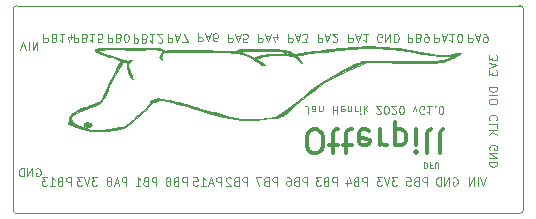
<source format=gbo>
G04 #@! TF.GenerationSoftware,KiCad,Pcbnew,5.1.5+dfsg1-2build2*
G04 #@! TF.CreationDate,2020-09-15T00:57:58+02:00*
G04 #@! TF.ProjectId,OtterPillG,4f747465-7250-4696-9c6c-472e6b696361,rev?*
G04 #@! TF.SameCoordinates,Original*
G04 #@! TF.FileFunction,Legend,Bot*
G04 #@! TF.FilePolarity,Positive*
%FSLAX46Y46*%
G04 Gerber Fmt 4.6, Leading zero omitted, Abs format (unit mm)*
G04 Created by KiCad (PCBNEW 5.1.5+dfsg1-2build2) date 2020-09-15 00:57:58*
%MOMM*%
%LPD*%
G04 APERTURE LIST*
%ADD10C,0.100000*%
%ADD11C,0.300000*%
%ADD12C,0.050000*%
%ADD13C,0.010000*%
G04 APERTURE END LIST*
D10*
X21953333Y-33600000D02*
X22020000Y-33566666D01*
X22120000Y-33566666D01*
X22220000Y-33600000D01*
X22286666Y-33666666D01*
X22320000Y-33733333D01*
X22353333Y-33866666D01*
X22353333Y-33966666D01*
X22320000Y-34100000D01*
X22286666Y-34166666D01*
X22220000Y-34233333D01*
X22120000Y-34266666D01*
X22053333Y-34266666D01*
X21953333Y-34233333D01*
X21920000Y-34200000D01*
X21920000Y-33966666D01*
X22053333Y-33966666D01*
X21620000Y-34266666D02*
X21620000Y-33566666D01*
X21220000Y-34266666D01*
X21220000Y-33566666D01*
X20886666Y-34266666D02*
X20886666Y-33566666D01*
X20720000Y-33566666D01*
X20620000Y-33600000D01*
X20553333Y-33666666D01*
X20520000Y-33733333D01*
X20486666Y-33866666D01*
X20486666Y-33966666D01*
X20520000Y-34100000D01*
X20553333Y-34166666D01*
X20620000Y-34233333D01*
X20720000Y-34266666D01*
X20886666Y-34266666D01*
X20623333Y-23543333D02*
X20856666Y-22843333D01*
X21090000Y-23543333D01*
X21323333Y-22843333D02*
X21323333Y-23543333D01*
X21656666Y-22843333D02*
X21656666Y-23543333D01*
X22056666Y-22843333D01*
X22056666Y-23543333D01*
X54792857Y-33073809D02*
X54792857Y-33573809D01*
X54911904Y-33573809D01*
X54983333Y-33550000D01*
X55030952Y-33502380D01*
X55054761Y-33454761D01*
X55078571Y-33359523D01*
X55078571Y-33288095D01*
X55054761Y-33192857D01*
X55030952Y-33145238D01*
X54983333Y-33097619D01*
X54911904Y-33073809D01*
X54792857Y-33073809D01*
X55459523Y-33335714D02*
X55292857Y-33335714D01*
X55292857Y-33073809D02*
X55292857Y-33573809D01*
X55530952Y-33573809D01*
X55721428Y-33573809D02*
X55721428Y-33169047D01*
X55745238Y-33121428D01*
X55769047Y-33097619D01*
X55816666Y-33073809D01*
X55911904Y-33073809D01*
X55959523Y-33097619D01*
X55983333Y-33121428D01*
X56007142Y-33169047D01*
X56007142Y-33573809D01*
D11*
X45351904Y-32285238D02*
X45732857Y-32285238D01*
X45923333Y-32190000D01*
X46113809Y-31999523D01*
X46209047Y-31618571D01*
X46209047Y-30951904D01*
X46113809Y-30570952D01*
X45923333Y-30380476D01*
X45732857Y-30285238D01*
X45351904Y-30285238D01*
X45161428Y-30380476D01*
X44970952Y-30570952D01*
X44875714Y-30951904D01*
X44875714Y-31618571D01*
X44970952Y-31999523D01*
X45161428Y-32190000D01*
X45351904Y-32285238D01*
X46780476Y-31618571D02*
X47542380Y-31618571D01*
X47066190Y-32285238D02*
X47066190Y-30570952D01*
X47161428Y-30380476D01*
X47351904Y-30285238D01*
X47542380Y-30285238D01*
X47923333Y-31618571D02*
X48685238Y-31618571D01*
X48209047Y-32285238D02*
X48209047Y-30570952D01*
X48304285Y-30380476D01*
X48494761Y-30285238D01*
X48685238Y-30285238D01*
X50113809Y-30380476D02*
X49923333Y-30285238D01*
X49542380Y-30285238D01*
X49351904Y-30380476D01*
X49256666Y-30570952D01*
X49256666Y-31332857D01*
X49351904Y-31523333D01*
X49542380Y-31618571D01*
X49923333Y-31618571D01*
X50113809Y-31523333D01*
X50209047Y-31332857D01*
X50209047Y-31142380D01*
X49256666Y-30951904D01*
X51066190Y-30285238D02*
X51066190Y-31618571D01*
X51066190Y-31237619D02*
X51161428Y-31428095D01*
X51256666Y-31523333D01*
X51447142Y-31618571D01*
X51637619Y-31618571D01*
X52304285Y-31618571D02*
X52304285Y-29618571D01*
X52304285Y-31523333D02*
X52494761Y-31618571D01*
X52875714Y-31618571D01*
X53066190Y-31523333D01*
X53161428Y-31428095D01*
X53256666Y-31237619D01*
X53256666Y-30666190D01*
X53161428Y-30475714D01*
X53066190Y-30380476D01*
X52875714Y-30285238D01*
X52494761Y-30285238D01*
X52304285Y-30380476D01*
X54113809Y-30285238D02*
X54113809Y-31618571D01*
X54113809Y-32285238D02*
X54018571Y-32190000D01*
X54113809Y-32094761D01*
X54209047Y-32190000D01*
X54113809Y-32285238D01*
X54113809Y-32094761D01*
X55351904Y-30285238D02*
X55161428Y-30380476D01*
X55066190Y-30570952D01*
X55066190Y-32285238D01*
X56399523Y-30285238D02*
X56209047Y-30380476D01*
X56113809Y-30570952D01*
X56113809Y-32285238D01*
D10*
X44988095Y-28983333D02*
X44988095Y-28483333D01*
X44955714Y-28383333D01*
X44890952Y-28316666D01*
X44793809Y-28283333D01*
X44729047Y-28283333D01*
X45603333Y-28283333D02*
X45603333Y-28650000D01*
X45570952Y-28716666D01*
X45506190Y-28750000D01*
X45376666Y-28750000D01*
X45311904Y-28716666D01*
X45603333Y-28316666D02*
X45538571Y-28283333D01*
X45376666Y-28283333D01*
X45311904Y-28316666D01*
X45279523Y-28383333D01*
X45279523Y-28450000D01*
X45311904Y-28516666D01*
X45376666Y-28550000D01*
X45538571Y-28550000D01*
X45603333Y-28583333D01*
X45927142Y-28750000D02*
X45927142Y-28283333D01*
X45927142Y-28683333D02*
X45959523Y-28716666D01*
X46024285Y-28750000D01*
X46121428Y-28750000D01*
X46186190Y-28716666D01*
X46218571Y-28650000D01*
X46218571Y-28283333D01*
X47060476Y-28283333D02*
X47060476Y-28983333D01*
X47060476Y-28650000D02*
X47449047Y-28650000D01*
X47449047Y-28283333D02*
X47449047Y-28983333D01*
X48031904Y-28316666D02*
X47967142Y-28283333D01*
X47837619Y-28283333D01*
X47772857Y-28316666D01*
X47740476Y-28383333D01*
X47740476Y-28650000D01*
X47772857Y-28716666D01*
X47837619Y-28750000D01*
X47967142Y-28750000D01*
X48031904Y-28716666D01*
X48064285Y-28650000D01*
X48064285Y-28583333D01*
X47740476Y-28516666D01*
X48355714Y-28750000D02*
X48355714Y-28283333D01*
X48355714Y-28683333D02*
X48388095Y-28716666D01*
X48452857Y-28750000D01*
X48550000Y-28750000D01*
X48614761Y-28716666D01*
X48647142Y-28650000D01*
X48647142Y-28283333D01*
X48970952Y-28283333D02*
X48970952Y-28750000D01*
X48970952Y-28616666D02*
X49003333Y-28683333D01*
X49035714Y-28716666D01*
X49100476Y-28750000D01*
X49165238Y-28750000D01*
X49391904Y-28283333D02*
X49391904Y-28750000D01*
X49391904Y-28983333D02*
X49359523Y-28950000D01*
X49391904Y-28916666D01*
X49424285Y-28950000D01*
X49391904Y-28983333D01*
X49391904Y-28916666D01*
X49715714Y-28283333D02*
X49715714Y-28983333D01*
X49780476Y-28550000D02*
X49974761Y-28283333D01*
X49974761Y-28750000D02*
X49715714Y-28483333D01*
X50751904Y-28916666D02*
X50784285Y-28950000D01*
X50849047Y-28983333D01*
X51010952Y-28983333D01*
X51075714Y-28950000D01*
X51108095Y-28916666D01*
X51140476Y-28850000D01*
X51140476Y-28783333D01*
X51108095Y-28683333D01*
X50719523Y-28283333D01*
X51140476Y-28283333D01*
X51561428Y-28983333D02*
X51626190Y-28983333D01*
X51690952Y-28950000D01*
X51723333Y-28916666D01*
X51755714Y-28850000D01*
X51788095Y-28716666D01*
X51788095Y-28550000D01*
X51755714Y-28416666D01*
X51723333Y-28350000D01*
X51690952Y-28316666D01*
X51626190Y-28283333D01*
X51561428Y-28283333D01*
X51496666Y-28316666D01*
X51464285Y-28350000D01*
X51431904Y-28416666D01*
X51399523Y-28550000D01*
X51399523Y-28716666D01*
X51431904Y-28850000D01*
X51464285Y-28916666D01*
X51496666Y-28950000D01*
X51561428Y-28983333D01*
X52047142Y-28916666D02*
X52079523Y-28950000D01*
X52144285Y-28983333D01*
X52306190Y-28983333D01*
X52370952Y-28950000D01*
X52403333Y-28916666D01*
X52435714Y-28850000D01*
X52435714Y-28783333D01*
X52403333Y-28683333D01*
X52014761Y-28283333D01*
X52435714Y-28283333D01*
X52856666Y-28983333D02*
X52921428Y-28983333D01*
X52986190Y-28950000D01*
X53018571Y-28916666D01*
X53050952Y-28850000D01*
X53083333Y-28716666D01*
X53083333Y-28550000D01*
X53050952Y-28416666D01*
X53018571Y-28350000D01*
X52986190Y-28316666D01*
X52921428Y-28283333D01*
X52856666Y-28283333D01*
X52791904Y-28316666D01*
X52759523Y-28350000D01*
X52727142Y-28416666D01*
X52694761Y-28550000D01*
X52694761Y-28716666D01*
X52727142Y-28850000D01*
X52759523Y-28916666D01*
X52791904Y-28950000D01*
X52856666Y-28983333D01*
X53828095Y-28750000D02*
X53990000Y-28283333D01*
X54151904Y-28750000D01*
X54767142Y-28950000D02*
X54702380Y-28983333D01*
X54605238Y-28983333D01*
X54508095Y-28950000D01*
X54443333Y-28883333D01*
X54410952Y-28816666D01*
X54378571Y-28683333D01*
X54378571Y-28583333D01*
X54410952Y-28450000D01*
X54443333Y-28383333D01*
X54508095Y-28316666D01*
X54605238Y-28283333D01*
X54670000Y-28283333D01*
X54767142Y-28316666D01*
X54799523Y-28350000D01*
X54799523Y-28583333D01*
X54670000Y-28583333D01*
X55447142Y-28283333D02*
X55058571Y-28283333D01*
X55252857Y-28283333D02*
X55252857Y-28983333D01*
X55188095Y-28883333D01*
X55123333Y-28816666D01*
X55058571Y-28783333D01*
X55738571Y-28350000D02*
X55770952Y-28316666D01*
X55738571Y-28283333D01*
X55706190Y-28316666D01*
X55738571Y-28350000D01*
X55738571Y-28283333D01*
X56191904Y-28983333D02*
X56256666Y-28983333D01*
X56321428Y-28950000D01*
X56353809Y-28916666D01*
X56386190Y-28850000D01*
X56418571Y-28716666D01*
X56418571Y-28550000D01*
X56386190Y-28416666D01*
X56353809Y-28350000D01*
X56321428Y-28316666D01*
X56256666Y-28283333D01*
X56191904Y-28283333D01*
X56127142Y-28316666D01*
X56094761Y-28350000D01*
X56062380Y-28416666D01*
X56030000Y-28550000D01*
X56030000Y-28716666D01*
X56062380Y-28850000D01*
X56094761Y-28916666D01*
X56127142Y-28950000D01*
X56191904Y-28983333D01*
X60286666Y-24003333D02*
X60286666Y-24436666D01*
X60553333Y-24203333D01*
X60553333Y-24303333D01*
X60586666Y-24370000D01*
X60620000Y-24403333D01*
X60686666Y-24436666D01*
X60853333Y-24436666D01*
X60920000Y-24403333D01*
X60953333Y-24370000D01*
X60986666Y-24303333D01*
X60986666Y-24103333D01*
X60953333Y-24036666D01*
X60920000Y-24003333D01*
X60286666Y-24636666D02*
X60986666Y-24870000D01*
X60286666Y-25103333D01*
X60286666Y-25270000D02*
X60286666Y-25703333D01*
X60553333Y-25470000D01*
X60553333Y-25570000D01*
X60586666Y-25636666D01*
X60620000Y-25670000D01*
X60686666Y-25703333D01*
X60853333Y-25703333D01*
X60920000Y-25670000D01*
X60953333Y-25636666D01*
X60986666Y-25570000D01*
X60986666Y-25370000D01*
X60953333Y-25303333D01*
X60920000Y-25270000D01*
X60986666Y-26703333D02*
X60286666Y-26703333D01*
X60286666Y-26870000D01*
X60320000Y-26970000D01*
X60386666Y-27036666D01*
X60453333Y-27070000D01*
X60586666Y-27103333D01*
X60686666Y-27103333D01*
X60820000Y-27070000D01*
X60886666Y-27036666D01*
X60953333Y-26970000D01*
X60986666Y-26870000D01*
X60986666Y-26703333D01*
X60986666Y-27403333D02*
X60286666Y-27403333D01*
X60286666Y-27870000D02*
X60286666Y-28003333D01*
X60320000Y-28070000D01*
X60386666Y-28136666D01*
X60520000Y-28170000D01*
X60753333Y-28170000D01*
X60886666Y-28136666D01*
X60953333Y-28070000D01*
X60986666Y-28003333D01*
X60986666Y-27870000D01*
X60953333Y-27803333D01*
X60886666Y-27736666D01*
X60753333Y-27703333D01*
X60520000Y-27703333D01*
X60386666Y-27736666D01*
X60320000Y-27803333D01*
X60286666Y-27870000D01*
X60920000Y-29503333D02*
X60953333Y-29470000D01*
X60986666Y-29370000D01*
X60986666Y-29303333D01*
X60953333Y-29203333D01*
X60886666Y-29136666D01*
X60820000Y-29103333D01*
X60686666Y-29070000D01*
X60586666Y-29070000D01*
X60453333Y-29103333D01*
X60386666Y-29136666D01*
X60320000Y-29203333D01*
X60286666Y-29303333D01*
X60286666Y-29370000D01*
X60320000Y-29470000D01*
X60353333Y-29503333D01*
X60986666Y-30136666D02*
X60986666Y-29803333D01*
X60286666Y-29803333D01*
X60986666Y-30370000D02*
X60286666Y-30370000D01*
X60986666Y-30770000D02*
X60586666Y-30470000D01*
X60286666Y-30770000D02*
X60686666Y-30370000D01*
X60345000Y-31986666D02*
X60311666Y-31920000D01*
X60311666Y-31820000D01*
X60345000Y-31720000D01*
X60411666Y-31653333D01*
X60478333Y-31620000D01*
X60611666Y-31586666D01*
X60711666Y-31586666D01*
X60845000Y-31620000D01*
X60911666Y-31653333D01*
X60978333Y-31720000D01*
X61011666Y-31820000D01*
X61011666Y-31886666D01*
X60978333Y-31986666D01*
X60945000Y-32020000D01*
X60711666Y-32020000D01*
X60711666Y-31886666D01*
X61011666Y-32320000D02*
X60311666Y-32320000D01*
X61011666Y-32720000D01*
X60311666Y-32720000D01*
X61011666Y-33053333D02*
X60311666Y-33053333D01*
X60311666Y-33220000D01*
X60345000Y-33320000D01*
X60411666Y-33386666D01*
X60478333Y-33420000D01*
X60611666Y-33453333D01*
X60711666Y-33453333D01*
X60845000Y-33420000D01*
X60911666Y-33386666D01*
X60978333Y-33320000D01*
X61011666Y-33220000D01*
X61011666Y-33053333D01*
X51191666Y-22850000D02*
X51125000Y-22883333D01*
X51025000Y-22883333D01*
X50925000Y-22850000D01*
X50858333Y-22783333D01*
X50825000Y-22716666D01*
X50791666Y-22583333D01*
X50791666Y-22483333D01*
X50825000Y-22350000D01*
X50858333Y-22283333D01*
X50925000Y-22216666D01*
X51025000Y-22183333D01*
X51091666Y-22183333D01*
X51191666Y-22216666D01*
X51225000Y-22250000D01*
X51225000Y-22483333D01*
X51091666Y-22483333D01*
X51525000Y-22183333D02*
X51525000Y-22883333D01*
X51925000Y-22183333D01*
X51925000Y-22883333D01*
X52258333Y-22183333D02*
X52258333Y-22883333D01*
X52425000Y-22883333D01*
X52525000Y-22850000D01*
X52591666Y-22783333D01*
X52625000Y-22716666D01*
X52658333Y-22583333D01*
X52658333Y-22483333D01*
X52625000Y-22350000D01*
X52591666Y-22283333D01*
X52525000Y-22216666D01*
X52425000Y-22183333D01*
X52258333Y-22183333D01*
X28008333Y-22183333D02*
X28008333Y-22883333D01*
X28275000Y-22883333D01*
X28341666Y-22850000D01*
X28375000Y-22816666D01*
X28408333Y-22750000D01*
X28408333Y-22650000D01*
X28375000Y-22583333D01*
X28341666Y-22550000D01*
X28275000Y-22516666D01*
X28008333Y-22516666D01*
X28941666Y-22550000D02*
X29041666Y-22516666D01*
X29075000Y-22483333D01*
X29108333Y-22416666D01*
X29108333Y-22316666D01*
X29075000Y-22250000D01*
X29041666Y-22216666D01*
X28975000Y-22183333D01*
X28708333Y-22183333D01*
X28708333Y-22883333D01*
X28941666Y-22883333D01*
X29008333Y-22850000D01*
X29041666Y-22816666D01*
X29075000Y-22750000D01*
X29075000Y-22683333D01*
X29041666Y-22616666D01*
X29008333Y-22583333D01*
X28941666Y-22550000D01*
X28708333Y-22550000D01*
X29541666Y-22883333D02*
X29608333Y-22883333D01*
X29675000Y-22850000D01*
X29708333Y-22816666D01*
X29741666Y-22750000D01*
X29775000Y-22616666D01*
X29775000Y-22450000D01*
X29741666Y-22316666D01*
X29708333Y-22250000D01*
X29675000Y-22216666D01*
X29608333Y-22183333D01*
X29541666Y-22183333D01*
X29475000Y-22216666D01*
X29441666Y-22250000D01*
X29408333Y-22316666D01*
X29375000Y-22450000D01*
X29375000Y-22616666D01*
X29408333Y-22750000D01*
X29441666Y-22816666D01*
X29475000Y-22850000D01*
X29541666Y-22883333D01*
X53408333Y-22183333D02*
X53408333Y-22883333D01*
X53675000Y-22883333D01*
X53741666Y-22850000D01*
X53775000Y-22816666D01*
X53808333Y-22750000D01*
X53808333Y-22650000D01*
X53775000Y-22583333D01*
X53741666Y-22550000D01*
X53675000Y-22516666D01*
X53408333Y-22516666D01*
X54341666Y-22550000D02*
X54441666Y-22516666D01*
X54475000Y-22483333D01*
X54508333Y-22416666D01*
X54508333Y-22316666D01*
X54475000Y-22250000D01*
X54441666Y-22216666D01*
X54375000Y-22183333D01*
X54108333Y-22183333D01*
X54108333Y-22883333D01*
X54341666Y-22883333D01*
X54408333Y-22850000D01*
X54441666Y-22816666D01*
X54475000Y-22750000D01*
X54475000Y-22683333D01*
X54441666Y-22616666D01*
X54408333Y-22583333D01*
X54341666Y-22550000D01*
X54108333Y-22550000D01*
X54841666Y-22183333D02*
X54975000Y-22183333D01*
X55041666Y-22216666D01*
X55075000Y-22250000D01*
X55141666Y-22350000D01*
X55175000Y-22483333D01*
X55175000Y-22750000D01*
X55141666Y-22816666D01*
X55108333Y-22850000D01*
X55041666Y-22883333D01*
X54908333Y-22883333D01*
X54841666Y-22850000D01*
X54808333Y-22816666D01*
X54775000Y-22750000D01*
X54775000Y-22583333D01*
X54808333Y-22516666D01*
X54841666Y-22483333D01*
X54908333Y-22450000D01*
X55041666Y-22450000D01*
X55108333Y-22483333D01*
X55141666Y-22516666D01*
X55175000Y-22583333D01*
X30200000Y-22233333D02*
X30200000Y-22933333D01*
X30466666Y-22933333D01*
X30533333Y-22900000D01*
X30566666Y-22866666D01*
X30600000Y-22800000D01*
X30600000Y-22700000D01*
X30566666Y-22633333D01*
X30533333Y-22600000D01*
X30466666Y-22566666D01*
X30200000Y-22566666D01*
X31133333Y-22600000D02*
X31233333Y-22566666D01*
X31266666Y-22533333D01*
X31300000Y-22466666D01*
X31300000Y-22366666D01*
X31266666Y-22300000D01*
X31233333Y-22266666D01*
X31166666Y-22233333D01*
X30900000Y-22233333D01*
X30900000Y-22933333D01*
X31133333Y-22933333D01*
X31200000Y-22900000D01*
X31233333Y-22866666D01*
X31266666Y-22800000D01*
X31266666Y-22733333D01*
X31233333Y-22666666D01*
X31200000Y-22633333D01*
X31133333Y-22600000D01*
X30900000Y-22600000D01*
X31966666Y-22233333D02*
X31566666Y-22233333D01*
X31766666Y-22233333D02*
X31766666Y-22933333D01*
X31700000Y-22833333D01*
X31633333Y-22766666D01*
X31566666Y-22733333D01*
X32233333Y-22866666D02*
X32266666Y-22900000D01*
X32333333Y-22933333D01*
X32500000Y-22933333D01*
X32566666Y-22900000D01*
X32600000Y-22866666D01*
X32633333Y-22800000D01*
X32633333Y-22733333D01*
X32600000Y-22633333D01*
X32200000Y-22233333D01*
X32633333Y-22233333D01*
X35658333Y-22133333D02*
X35658333Y-22833333D01*
X35925000Y-22833333D01*
X35991666Y-22800000D01*
X36025000Y-22766666D01*
X36058333Y-22700000D01*
X36058333Y-22600000D01*
X36025000Y-22533333D01*
X35991666Y-22500000D01*
X35925000Y-22466666D01*
X35658333Y-22466666D01*
X36325000Y-22333333D02*
X36658333Y-22333333D01*
X36258333Y-22133333D02*
X36491666Y-22833333D01*
X36725000Y-22133333D01*
X37258333Y-22833333D02*
X37125000Y-22833333D01*
X37058333Y-22800000D01*
X37025000Y-22766666D01*
X36958333Y-22666666D01*
X36925000Y-22533333D01*
X36925000Y-22266666D01*
X36958333Y-22200000D01*
X36991666Y-22166666D01*
X37058333Y-22133333D01*
X37191666Y-22133333D01*
X37258333Y-22166666D01*
X37291666Y-22200000D01*
X37325000Y-22266666D01*
X37325000Y-22433333D01*
X37291666Y-22500000D01*
X37258333Y-22533333D01*
X37191666Y-22566666D01*
X37058333Y-22566666D01*
X36991666Y-22533333D01*
X36958333Y-22500000D01*
X36925000Y-22433333D01*
X55675000Y-22183333D02*
X55675000Y-22883333D01*
X55941666Y-22883333D01*
X56008333Y-22850000D01*
X56041666Y-22816666D01*
X56075000Y-22750000D01*
X56075000Y-22650000D01*
X56041666Y-22583333D01*
X56008333Y-22550000D01*
X55941666Y-22516666D01*
X55675000Y-22516666D01*
X56341666Y-22383333D02*
X56675000Y-22383333D01*
X56275000Y-22183333D02*
X56508333Y-22883333D01*
X56741666Y-22183333D01*
X57341666Y-22183333D02*
X56941666Y-22183333D01*
X57141666Y-22183333D02*
X57141666Y-22883333D01*
X57075000Y-22783333D01*
X57008333Y-22716666D01*
X56941666Y-22683333D01*
X57775000Y-22883333D02*
X57841666Y-22883333D01*
X57908333Y-22850000D01*
X57941666Y-22816666D01*
X57975000Y-22750000D01*
X58008333Y-22616666D01*
X58008333Y-22450000D01*
X57975000Y-22316666D01*
X57941666Y-22250000D01*
X57908333Y-22216666D01*
X57841666Y-22183333D01*
X57775000Y-22183333D01*
X57708333Y-22216666D01*
X57675000Y-22250000D01*
X57641666Y-22316666D01*
X57608333Y-22450000D01*
X57608333Y-22616666D01*
X57641666Y-22750000D01*
X57675000Y-22816666D01*
X57708333Y-22850000D01*
X57775000Y-22883333D01*
X48383333Y-22183333D02*
X48383333Y-22883333D01*
X48650000Y-22883333D01*
X48716666Y-22850000D01*
X48750000Y-22816666D01*
X48783333Y-22750000D01*
X48783333Y-22650000D01*
X48750000Y-22583333D01*
X48716666Y-22550000D01*
X48650000Y-22516666D01*
X48383333Y-22516666D01*
X49050000Y-22383333D02*
X49383333Y-22383333D01*
X48983333Y-22183333D02*
X49216666Y-22883333D01*
X49450000Y-22183333D01*
X50050000Y-22183333D02*
X49650000Y-22183333D01*
X49850000Y-22183333D02*
X49850000Y-22883333D01*
X49783333Y-22783333D01*
X49716666Y-22716666D01*
X49650000Y-22683333D01*
X38208333Y-22183333D02*
X38208333Y-22883333D01*
X38475000Y-22883333D01*
X38541666Y-22850000D01*
X38575000Y-22816666D01*
X38608333Y-22750000D01*
X38608333Y-22650000D01*
X38575000Y-22583333D01*
X38541666Y-22550000D01*
X38475000Y-22516666D01*
X38208333Y-22516666D01*
X38875000Y-22383333D02*
X39208333Y-22383333D01*
X38808333Y-22183333D02*
X39041666Y-22883333D01*
X39275000Y-22183333D01*
X39841666Y-22883333D02*
X39508333Y-22883333D01*
X39475000Y-22550000D01*
X39508333Y-22583333D01*
X39575000Y-22616666D01*
X39741666Y-22616666D01*
X39808333Y-22583333D01*
X39841666Y-22550000D01*
X39875000Y-22483333D01*
X39875000Y-22316666D01*
X39841666Y-22250000D01*
X39808333Y-22216666D01*
X39741666Y-22183333D01*
X39575000Y-22183333D01*
X39508333Y-22216666D01*
X39475000Y-22250000D01*
X22575000Y-22183333D02*
X22575000Y-22883333D01*
X22841666Y-22883333D01*
X22908333Y-22850000D01*
X22941666Y-22816666D01*
X22975000Y-22750000D01*
X22975000Y-22650000D01*
X22941666Y-22583333D01*
X22908333Y-22550000D01*
X22841666Y-22516666D01*
X22575000Y-22516666D01*
X23508333Y-22550000D02*
X23608333Y-22516666D01*
X23641666Y-22483333D01*
X23675000Y-22416666D01*
X23675000Y-22316666D01*
X23641666Y-22250000D01*
X23608333Y-22216666D01*
X23541666Y-22183333D01*
X23275000Y-22183333D01*
X23275000Y-22883333D01*
X23508333Y-22883333D01*
X23575000Y-22850000D01*
X23608333Y-22816666D01*
X23641666Y-22750000D01*
X23641666Y-22683333D01*
X23608333Y-22616666D01*
X23575000Y-22583333D01*
X23508333Y-22550000D01*
X23275000Y-22550000D01*
X24341666Y-22183333D02*
X23941666Y-22183333D01*
X24141666Y-22183333D02*
X24141666Y-22883333D01*
X24075000Y-22783333D01*
X24008333Y-22716666D01*
X23941666Y-22683333D01*
X24941666Y-22650000D02*
X24941666Y-22183333D01*
X24775000Y-22916666D02*
X24608333Y-22416666D01*
X25041666Y-22416666D01*
X43258333Y-22183333D02*
X43258333Y-22883333D01*
X43525000Y-22883333D01*
X43591666Y-22850000D01*
X43625000Y-22816666D01*
X43658333Y-22750000D01*
X43658333Y-22650000D01*
X43625000Y-22583333D01*
X43591666Y-22550000D01*
X43525000Y-22516666D01*
X43258333Y-22516666D01*
X43925000Y-22383333D02*
X44258333Y-22383333D01*
X43858333Y-22183333D02*
X44091666Y-22883333D01*
X44325000Y-22183333D01*
X44491666Y-22883333D02*
X44925000Y-22883333D01*
X44691666Y-22616666D01*
X44791666Y-22616666D01*
X44858333Y-22583333D01*
X44891666Y-22550000D01*
X44925000Y-22483333D01*
X44925000Y-22316666D01*
X44891666Y-22250000D01*
X44858333Y-22216666D01*
X44791666Y-22183333D01*
X44591666Y-22183333D01*
X44525000Y-22216666D01*
X44491666Y-22250000D01*
X58508333Y-22183333D02*
X58508333Y-22883333D01*
X58775000Y-22883333D01*
X58841666Y-22850000D01*
X58875000Y-22816666D01*
X58908333Y-22750000D01*
X58908333Y-22650000D01*
X58875000Y-22583333D01*
X58841666Y-22550000D01*
X58775000Y-22516666D01*
X58508333Y-22516666D01*
X59175000Y-22383333D02*
X59508333Y-22383333D01*
X59108333Y-22183333D02*
X59341666Y-22883333D01*
X59575000Y-22183333D01*
X59841666Y-22183333D02*
X59975000Y-22183333D01*
X60041666Y-22216666D01*
X60075000Y-22250000D01*
X60141666Y-22350000D01*
X60175000Y-22483333D01*
X60175000Y-22750000D01*
X60141666Y-22816666D01*
X60108333Y-22850000D01*
X60041666Y-22883333D01*
X59908333Y-22883333D01*
X59841666Y-22850000D01*
X59808333Y-22816666D01*
X59775000Y-22750000D01*
X59775000Y-22583333D01*
X59808333Y-22516666D01*
X59841666Y-22483333D01*
X59908333Y-22450000D01*
X60041666Y-22450000D01*
X60108333Y-22483333D01*
X60141666Y-22516666D01*
X60175000Y-22583333D01*
X25125000Y-22183333D02*
X25125000Y-22883333D01*
X25391666Y-22883333D01*
X25458333Y-22850000D01*
X25491666Y-22816666D01*
X25525000Y-22750000D01*
X25525000Y-22650000D01*
X25491666Y-22583333D01*
X25458333Y-22550000D01*
X25391666Y-22516666D01*
X25125000Y-22516666D01*
X26058333Y-22550000D02*
X26158333Y-22516666D01*
X26191666Y-22483333D01*
X26225000Y-22416666D01*
X26225000Y-22316666D01*
X26191666Y-22250000D01*
X26158333Y-22216666D01*
X26091666Y-22183333D01*
X25825000Y-22183333D01*
X25825000Y-22883333D01*
X26058333Y-22883333D01*
X26125000Y-22850000D01*
X26158333Y-22816666D01*
X26191666Y-22750000D01*
X26191666Y-22683333D01*
X26158333Y-22616666D01*
X26125000Y-22583333D01*
X26058333Y-22550000D01*
X25825000Y-22550000D01*
X26891666Y-22183333D02*
X26491666Y-22183333D01*
X26691666Y-22183333D02*
X26691666Y-22883333D01*
X26625000Y-22783333D01*
X26558333Y-22716666D01*
X26491666Y-22683333D01*
X27525000Y-22883333D02*
X27191666Y-22883333D01*
X27158333Y-22550000D01*
X27191666Y-22583333D01*
X27258333Y-22616666D01*
X27425000Y-22616666D01*
X27491666Y-22583333D01*
X27525000Y-22550000D01*
X27558333Y-22483333D01*
X27558333Y-22316666D01*
X27525000Y-22250000D01*
X27491666Y-22216666D01*
X27425000Y-22183333D01*
X27258333Y-22183333D01*
X27191666Y-22216666D01*
X27158333Y-22250000D01*
X40733333Y-22183333D02*
X40733333Y-22883333D01*
X41000000Y-22883333D01*
X41066666Y-22850000D01*
X41100000Y-22816666D01*
X41133333Y-22750000D01*
X41133333Y-22650000D01*
X41100000Y-22583333D01*
X41066666Y-22550000D01*
X41000000Y-22516666D01*
X40733333Y-22516666D01*
X41400000Y-22383333D02*
X41733333Y-22383333D01*
X41333333Y-22183333D02*
X41566666Y-22883333D01*
X41800000Y-22183333D01*
X42333333Y-22650000D02*
X42333333Y-22183333D01*
X42166666Y-22916666D02*
X42000000Y-22416666D01*
X42433333Y-22416666D01*
X33083333Y-22183333D02*
X33083333Y-22883333D01*
X33350000Y-22883333D01*
X33416666Y-22850000D01*
X33450000Y-22816666D01*
X33483333Y-22750000D01*
X33483333Y-22650000D01*
X33450000Y-22583333D01*
X33416666Y-22550000D01*
X33350000Y-22516666D01*
X33083333Y-22516666D01*
X33750000Y-22383333D02*
X34083333Y-22383333D01*
X33683333Y-22183333D02*
X33916666Y-22883333D01*
X34150000Y-22183333D01*
X34316666Y-22883333D02*
X34783333Y-22883333D01*
X34483333Y-22183333D01*
X45783333Y-22183333D02*
X45783333Y-22883333D01*
X46050000Y-22883333D01*
X46116666Y-22850000D01*
X46150000Y-22816666D01*
X46183333Y-22750000D01*
X46183333Y-22650000D01*
X46150000Y-22583333D01*
X46116666Y-22550000D01*
X46050000Y-22516666D01*
X45783333Y-22516666D01*
X46450000Y-22383333D02*
X46783333Y-22383333D01*
X46383333Y-22183333D02*
X46616666Y-22883333D01*
X46850000Y-22183333D01*
X47050000Y-22816666D02*
X47083333Y-22850000D01*
X47150000Y-22883333D01*
X47316666Y-22883333D01*
X47383333Y-22850000D01*
X47416666Y-22816666D01*
X47450000Y-22750000D01*
X47450000Y-22683333D01*
X47416666Y-22583333D01*
X47016666Y-22183333D01*
X47450000Y-22183333D01*
X42341666Y-35041666D02*
X42341666Y-34341666D01*
X42075000Y-34341666D01*
X42008333Y-34375000D01*
X41975000Y-34408333D01*
X41941666Y-34475000D01*
X41941666Y-34575000D01*
X41975000Y-34641666D01*
X42008333Y-34675000D01*
X42075000Y-34708333D01*
X42341666Y-34708333D01*
X41408333Y-34675000D02*
X41308333Y-34708333D01*
X41275000Y-34741666D01*
X41241666Y-34808333D01*
X41241666Y-34908333D01*
X41275000Y-34975000D01*
X41308333Y-35008333D01*
X41375000Y-35041666D01*
X41641666Y-35041666D01*
X41641666Y-34341666D01*
X41408333Y-34341666D01*
X41341666Y-34375000D01*
X41308333Y-34408333D01*
X41275000Y-34475000D01*
X41275000Y-34541666D01*
X41308333Y-34608333D01*
X41341666Y-34641666D01*
X41408333Y-34675000D01*
X41641666Y-34675000D01*
X41008333Y-34341666D02*
X40541666Y-34341666D01*
X40841666Y-35041666D01*
X57258333Y-34375000D02*
X57325000Y-34341666D01*
X57425000Y-34341666D01*
X57525000Y-34375000D01*
X57591666Y-34441666D01*
X57625000Y-34508333D01*
X57658333Y-34641666D01*
X57658333Y-34741666D01*
X57625000Y-34875000D01*
X57591666Y-34941666D01*
X57525000Y-35008333D01*
X57425000Y-35041666D01*
X57358333Y-35041666D01*
X57258333Y-35008333D01*
X57225000Y-34975000D01*
X57225000Y-34741666D01*
X57358333Y-34741666D01*
X56925000Y-35041666D02*
X56925000Y-34341666D01*
X56525000Y-35041666D01*
X56525000Y-34341666D01*
X56191666Y-35041666D02*
X56191666Y-34341666D01*
X56025000Y-34341666D01*
X55925000Y-34375000D01*
X55858333Y-34441666D01*
X55825000Y-34508333D01*
X55791666Y-34641666D01*
X55791666Y-34741666D01*
X55825000Y-34875000D01*
X55858333Y-34941666D01*
X55925000Y-35008333D01*
X56025000Y-35041666D01*
X56191666Y-35041666D01*
X32141666Y-35041666D02*
X32141666Y-34341666D01*
X31875000Y-34341666D01*
X31808333Y-34375000D01*
X31775000Y-34408333D01*
X31741666Y-34475000D01*
X31741666Y-34575000D01*
X31775000Y-34641666D01*
X31808333Y-34675000D01*
X31875000Y-34708333D01*
X32141666Y-34708333D01*
X31208333Y-34675000D02*
X31108333Y-34708333D01*
X31075000Y-34741666D01*
X31041666Y-34808333D01*
X31041666Y-34908333D01*
X31075000Y-34975000D01*
X31108333Y-35008333D01*
X31175000Y-35041666D01*
X31441666Y-35041666D01*
X31441666Y-34341666D01*
X31208333Y-34341666D01*
X31141666Y-34375000D01*
X31108333Y-34408333D01*
X31075000Y-34475000D01*
X31075000Y-34541666D01*
X31108333Y-34608333D01*
X31141666Y-34641666D01*
X31208333Y-34675000D01*
X31441666Y-34675000D01*
X30375000Y-35041666D02*
X30775000Y-35041666D01*
X30575000Y-35041666D02*
X30575000Y-34341666D01*
X30641666Y-34441666D01*
X30708333Y-34508333D01*
X30775000Y-34541666D01*
X29591666Y-35041666D02*
X29591666Y-34341666D01*
X29325000Y-34341666D01*
X29258333Y-34375000D01*
X29225000Y-34408333D01*
X29191666Y-34475000D01*
X29191666Y-34575000D01*
X29225000Y-34641666D01*
X29258333Y-34675000D01*
X29325000Y-34708333D01*
X29591666Y-34708333D01*
X28925000Y-34841666D02*
X28591666Y-34841666D01*
X28991666Y-35041666D02*
X28758333Y-34341666D01*
X28525000Y-35041666D01*
X28191666Y-34641666D02*
X28258333Y-34608333D01*
X28291666Y-34575000D01*
X28325000Y-34508333D01*
X28325000Y-34475000D01*
X28291666Y-34408333D01*
X28258333Y-34375000D01*
X28191666Y-34341666D01*
X28058333Y-34341666D01*
X27991666Y-34375000D01*
X27958333Y-34408333D01*
X27925000Y-34475000D01*
X27925000Y-34508333D01*
X27958333Y-34575000D01*
X27991666Y-34608333D01*
X28058333Y-34641666D01*
X28191666Y-34641666D01*
X28258333Y-34675000D01*
X28291666Y-34708333D01*
X28325000Y-34775000D01*
X28325000Y-34908333D01*
X28291666Y-34975000D01*
X28258333Y-35008333D01*
X28191666Y-35041666D01*
X28058333Y-35041666D01*
X27991666Y-35008333D01*
X27958333Y-34975000D01*
X27925000Y-34908333D01*
X27925000Y-34775000D01*
X27958333Y-34708333D01*
X27991666Y-34675000D01*
X28058333Y-34641666D01*
X47391666Y-35041666D02*
X47391666Y-34341666D01*
X47125000Y-34341666D01*
X47058333Y-34375000D01*
X47025000Y-34408333D01*
X46991666Y-34475000D01*
X46991666Y-34575000D01*
X47025000Y-34641666D01*
X47058333Y-34675000D01*
X47125000Y-34708333D01*
X47391666Y-34708333D01*
X46458333Y-34675000D02*
X46358333Y-34708333D01*
X46325000Y-34741666D01*
X46291666Y-34808333D01*
X46291666Y-34908333D01*
X46325000Y-34975000D01*
X46358333Y-35008333D01*
X46425000Y-35041666D01*
X46691666Y-35041666D01*
X46691666Y-34341666D01*
X46458333Y-34341666D01*
X46391666Y-34375000D01*
X46358333Y-34408333D01*
X46325000Y-34475000D01*
X46325000Y-34541666D01*
X46358333Y-34608333D01*
X46391666Y-34641666D01*
X46458333Y-34675000D01*
X46691666Y-34675000D01*
X46058333Y-34341666D02*
X45625000Y-34341666D01*
X45858333Y-34608333D01*
X45758333Y-34608333D01*
X45691666Y-34641666D01*
X45658333Y-34675000D01*
X45625000Y-34741666D01*
X45625000Y-34908333D01*
X45658333Y-34975000D01*
X45691666Y-35008333D01*
X45758333Y-35041666D01*
X45958333Y-35041666D01*
X46025000Y-35008333D01*
X46058333Y-34975000D01*
X52491666Y-34341666D02*
X52058333Y-34341666D01*
X52291666Y-34608333D01*
X52191666Y-34608333D01*
X52125000Y-34641666D01*
X52091666Y-34675000D01*
X52058333Y-34741666D01*
X52058333Y-34908333D01*
X52091666Y-34975000D01*
X52125000Y-35008333D01*
X52191666Y-35041666D01*
X52391666Y-35041666D01*
X52458333Y-35008333D01*
X52491666Y-34975000D01*
X51858333Y-34341666D02*
X51625000Y-35041666D01*
X51391666Y-34341666D01*
X51225000Y-34341666D02*
X50791666Y-34341666D01*
X51025000Y-34608333D01*
X50925000Y-34608333D01*
X50858333Y-34641666D01*
X50825000Y-34675000D01*
X50791666Y-34741666D01*
X50791666Y-34908333D01*
X50825000Y-34975000D01*
X50858333Y-35008333D01*
X50925000Y-35041666D01*
X51125000Y-35041666D01*
X51191666Y-35008333D01*
X51225000Y-34975000D01*
X55041666Y-35041666D02*
X55041666Y-34341666D01*
X54775000Y-34341666D01*
X54708333Y-34375000D01*
X54675000Y-34408333D01*
X54641666Y-34475000D01*
X54641666Y-34575000D01*
X54675000Y-34641666D01*
X54708333Y-34675000D01*
X54775000Y-34708333D01*
X55041666Y-34708333D01*
X54108333Y-34675000D02*
X54008333Y-34708333D01*
X53975000Y-34741666D01*
X53941666Y-34808333D01*
X53941666Y-34908333D01*
X53975000Y-34975000D01*
X54008333Y-35008333D01*
X54075000Y-35041666D01*
X54341666Y-35041666D01*
X54341666Y-34341666D01*
X54108333Y-34341666D01*
X54041666Y-34375000D01*
X54008333Y-34408333D01*
X53975000Y-34475000D01*
X53975000Y-34541666D01*
X54008333Y-34608333D01*
X54041666Y-34641666D01*
X54108333Y-34675000D01*
X54341666Y-34675000D01*
X53308333Y-34341666D02*
X53641666Y-34341666D01*
X53675000Y-34675000D01*
X53641666Y-34641666D01*
X53575000Y-34608333D01*
X53408333Y-34608333D01*
X53341666Y-34641666D01*
X53308333Y-34675000D01*
X53275000Y-34741666D01*
X53275000Y-34908333D01*
X53308333Y-34975000D01*
X53341666Y-35008333D01*
X53408333Y-35041666D01*
X53575000Y-35041666D01*
X53641666Y-35008333D01*
X53675000Y-34975000D01*
X49941666Y-35041666D02*
X49941666Y-34341666D01*
X49675000Y-34341666D01*
X49608333Y-34375000D01*
X49575000Y-34408333D01*
X49541666Y-34475000D01*
X49541666Y-34575000D01*
X49575000Y-34641666D01*
X49608333Y-34675000D01*
X49675000Y-34708333D01*
X49941666Y-34708333D01*
X49008333Y-34675000D02*
X48908333Y-34708333D01*
X48875000Y-34741666D01*
X48841666Y-34808333D01*
X48841666Y-34908333D01*
X48875000Y-34975000D01*
X48908333Y-35008333D01*
X48975000Y-35041666D01*
X49241666Y-35041666D01*
X49241666Y-34341666D01*
X49008333Y-34341666D01*
X48941666Y-34375000D01*
X48908333Y-34408333D01*
X48875000Y-34475000D01*
X48875000Y-34541666D01*
X48908333Y-34608333D01*
X48941666Y-34641666D01*
X49008333Y-34675000D01*
X49241666Y-34675000D01*
X48241666Y-34575000D02*
X48241666Y-35041666D01*
X48408333Y-34308333D02*
X48575000Y-34808333D01*
X48141666Y-34808333D01*
X37575000Y-35041666D02*
X37575000Y-34341666D01*
X37308333Y-34341666D01*
X37241666Y-34375000D01*
X37208333Y-34408333D01*
X37175000Y-34475000D01*
X37175000Y-34575000D01*
X37208333Y-34641666D01*
X37241666Y-34675000D01*
X37308333Y-34708333D01*
X37575000Y-34708333D01*
X36908333Y-34841666D02*
X36575000Y-34841666D01*
X36975000Y-35041666D02*
X36741666Y-34341666D01*
X36508333Y-35041666D01*
X35908333Y-35041666D02*
X36308333Y-35041666D01*
X36108333Y-35041666D02*
X36108333Y-34341666D01*
X36175000Y-34441666D01*
X36241666Y-34508333D01*
X36308333Y-34541666D01*
X35275000Y-34341666D02*
X35608333Y-34341666D01*
X35641666Y-34675000D01*
X35608333Y-34641666D01*
X35541666Y-34608333D01*
X35375000Y-34608333D01*
X35308333Y-34641666D01*
X35275000Y-34675000D01*
X35241666Y-34741666D01*
X35241666Y-34908333D01*
X35275000Y-34975000D01*
X35308333Y-35008333D01*
X35375000Y-35041666D01*
X35541666Y-35041666D01*
X35608333Y-35008333D01*
X35641666Y-34975000D01*
X39791666Y-35041666D02*
X39791666Y-34341666D01*
X39525000Y-34341666D01*
X39458333Y-34375000D01*
X39425000Y-34408333D01*
X39391666Y-34475000D01*
X39391666Y-34575000D01*
X39425000Y-34641666D01*
X39458333Y-34675000D01*
X39525000Y-34708333D01*
X39791666Y-34708333D01*
X38858333Y-34675000D02*
X38758333Y-34708333D01*
X38725000Y-34741666D01*
X38691666Y-34808333D01*
X38691666Y-34908333D01*
X38725000Y-34975000D01*
X38758333Y-35008333D01*
X38825000Y-35041666D01*
X39091666Y-35041666D01*
X39091666Y-34341666D01*
X38858333Y-34341666D01*
X38791666Y-34375000D01*
X38758333Y-34408333D01*
X38725000Y-34475000D01*
X38725000Y-34541666D01*
X38758333Y-34608333D01*
X38791666Y-34641666D01*
X38858333Y-34675000D01*
X39091666Y-34675000D01*
X38425000Y-34408333D02*
X38391666Y-34375000D01*
X38325000Y-34341666D01*
X38158333Y-34341666D01*
X38091666Y-34375000D01*
X38058333Y-34408333D01*
X38025000Y-34475000D01*
X38025000Y-34541666D01*
X38058333Y-34641666D01*
X38458333Y-35041666D01*
X38025000Y-35041666D01*
X60041666Y-34341666D02*
X59808333Y-35041666D01*
X59575000Y-34341666D01*
X59341666Y-35041666D02*
X59341666Y-34341666D01*
X59008333Y-35041666D02*
X59008333Y-34341666D01*
X58608333Y-35041666D01*
X58608333Y-34341666D01*
X34691666Y-35041666D02*
X34691666Y-34341666D01*
X34425000Y-34341666D01*
X34358333Y-34375000D01*
X34325000Y-34408333D01*
X34291666Y-34475000D01*
X34291666Y-34575000D01*
X34325000Y-34641666D01*
X34358333Y-34675000D01*
X34425000Y-34708333D01*
X34691666Y-34708333D01*
X33758333Y-34675000D02*
X33658333Y-34708333D01*
X33625000Y-34741666D01*
X33591666Y-34808333D01*
X33591666Y-34908333D01*
X33625000Y-34975000D01*
X33658333Y-35008333D01*
X33725000Y-35041666D01*
X33991666Y-35041666D01*
X33991666Y-34341666D01*
X33758333Y-34341666D01*
X33691666Y-34375000D01*
X33658333Y-34408333D01*
X33625000Y-34475000D01*
X33625000Y-34541666D01*
X33658333Y-34608333D01*
X33691666Y-34641666D01*
X33758333Y-34675000D01*
X33991666Y-34675000D01*
X33191666Y-34641666D02*
X33258333Y-34608333D01*
X33291666Y-34575000D01*
X33325000Y-34508333D01*
X33325000Y-34475000D01*
X33291666Y-34408333D01*
X33258333Y-34375000D01*
X33191666Y-34341666D01*
X33058333Y-34341666D01*
X32991666Y-34375000D01*
X32958333Y-34408333D01*
X32925000Y-34475000D01*
X32925000Y-34508333D01*
X32958333Y-34575000D01*
X32991666Y-34608333D01*
X33058333Y-34641666D01*
X33191666Y-34641666D01*
X33258333Y-34675000D01*
X33291666Y-34708333D01*
X33325000Y-34775000D01*
X33325000Y-34908333D01*
X33291666Y-34975000D01*
X33258333Y-35008333D01*
X33191666Y-35041666D01*
X33058333Y-35041666D01*
X32991666Y-35008333D01*
X32958333Y-34975000D01*
X32925000Y-34908333D01*
X32925000Y-34775000D01*
X32958333Y-34708333D01*
X32991666Y-34675000D01*
X33058333Y-34641666D01*
X44891666Y-35041666D02*
X44891666Y-34341666D01*
X44625000Y-34341666D01*
X44558333Y-34375000D01*
X44525000Y-34408333D01*
X44491666Y-34475000D01*
X44491666Y-34575000D01*
X44525000Y-34641666D01*
X44558333Y-34675000D01*
X44625000Y-34708333D01*
X44891666Y-34708333D01*
X43958333Y-34675000D02*
X43858333Y-34708333D01*
X43825000Y-34741666D01*
X43791666Y-34808333D01*
X43791666Y-34908333D01*
X43825000Y-34975000D01*
X43858333Y-35008333D01*
X43925000Y-35041666D01*
X44191666Y-35041666D01*
X44191666Y-34341666D01*
X43958333Y-34341666D01*
X43891666Y-34375000D01*
X43858333Y-34408333D01*
X43825000Y-34475000D01*
X43825000Y-34541666D01*
X43858333Y-34608333D01*
X43891666Y-34641666D01*
X43958333Y-34675000D01*
X44191666Y-34675000D01*
X43191666Y-34341666D02*
X43325000Y-34341666D01*
X43391666Y-34375000D01*
X43425000Y-34408333D01*
X43491666Y-34508333D01*
X43525000Y-34641666D01*
X43525000Y-34908333D01*
X43491666Y-34975000D01*
X43458333Y-35008333D01*
X43391666Y-35041666D01*
X43258333Y-35041666D01*
X43191666Y-35008333D01*
X43158333Y-34975000D01*
X43125000Y-34908333D01*
X43125000Y-34741666D01*
X43158333Y-34675000D01*
X43191666Y-34641666D01*
X43258333Y-34608333D01*
X43391666Y-34608333D01*
X43458333Y-34641666D01*
X43491666Y-34675000D01*
X43525000Y-34741666D01*
X24875000Y-35041666D02*
X24875000Y-34341666D01*
X24608333Y-34341666D01*
X24541666Y-34375000D01*
X24508333Y-34408333D01*
X24475000Y-34475000D01*
X24475000Y-34575000D01*
X24508333Y-34641666D01*
X24541666Y-34675000D01*
X24608333Y-34708333D01*
X24875000Y-34708333D01*
X23941666Y-34675000D02*
X23841666Y-34708333D01*
X23808333Y-34741666D01*
X23775000Y-34808333D01*
X23775000Y-34908333D01*
X23808333Y-34975000D01*
X23841666Y-35008333D01*
X23908333Y-35041666D01*
X24175000Y-35041666D01*
X24175000Y-34341666D01*
X23941666Y-34341666D01*
X23875000Y-34375000D01*
X23841666Y-34408333D01*
X23808333Y-34475000D01*
X23808333Y-34541666D01*
X23841666Y-34608333D01*
X23875000Y-34641666D01*
X23941666Y-34675000D01*
X24175000Y-34675000D01*
X23108333Y-35041666D02*
X23508333Y-35041666D01*
X23308333Y-35041666D02*
X23308333Y-34341666D01*
X23375000Y-34441666D01*
X23441666Y-34508333D01*
X23508333Y-34541666D01*
X22875000Y-34341666D02*
X22441666Y-34341666D01*
X22675000Y-34608333D01*
X22575000Y-34608333D01*
X22508333Y-34641666D01*
X22475000Y-34675000D01*
X22441666Y-34741666D01*
X22441666Y-34908333D01*
X22475000Y-34975000D01*
X22508333Y-35008333D01*
X22575000Y-35041666D01*
X22775000Y-35041666D01*
X22841666Y-35008333D01*
X22875000Y-34975000D01*
X27091666Y-34341666D02*
X26658333Y-34341666D01*
X26891666Y-34608333D01*
X26791666Y-34608333D01*
X26725000Y-34641666D01*
X26691666Y-34675000D01*
X26658333Y-34741666D01*
X26658333Y-34908333D01*
X26691666Y-34975000D01*
X26725000Y-35008333D01*
X26791666Y-35041666D01*
X26991666Y-35041666D01*
X27058333Y-35008333D01*
X27091666Y-34975000D01*
X26458333Y-34341666D02*
X26225000Y-35041666D01*
X25991666Y-34341666D01*
X25825000Y-34341666D02*
X25391666Y-34341666D01*
X25625000Y-34608333D01*
X25525000Y-34608333D01*
X25458333Y-34641666D01*
X25425000Y-34675000D01*
X25391666Y-34741666D01*
X25391666Y-34908333D01*
X25425000Y-34975000D01*
X25458333Y-35008333D01*
X25525000Y-35041666D01*
X25725000Y-35041666D01*
X25791666Y-35008333D01*
X25825000Y-34975000D01*
D12*
X63200000Y-37100000D02*
G75*
G02X62900000Y-37400000I-300000J0D01*
G01*
X62900000Y-19800000D02*
G75*
G02X63200000Y-20100000I0J-300000D01*
G01*
X20000000Y-20100000D02*
G75*
G02X20300000Y-19800000I300000J0D01*
G01*
X20300000Y-37400000D02*
G75*
G02X20000000Y-37100000I0J300000D01*
G01*
X20000000Y-37100000D02*
X20000000Y-20100000D01*
X62900000Y-37400000D02*
X20300000Y-37400000D01*
X63200000Y-20100000D02*
X63200000Y-37100000D01*
X20300000Y-19800000D02*
X62900000Y-19800000D01*
D13*
G36*
X26513979Y-30050858D02*
G01*
X26617797Y-29998308D01*
X26648494Y-29917835D01*
X26601696Y-29815256D01*
X26564333Y-29773334D01*
X26468388Y-29720589D01*
X26330789Y-29691475D01*
X26185313Y-29688104D01*
X26065739Y-29712588D01*
X26022466Y-29739467D01*
X25976030Y-29834777D01*
X25980027Y-29879167D01*
X26295024Y-29879167D01*
X26302162Y-29826904D01*
X26370910Y-29817912D01*
X26454794Y-29841270D01*
X26500401Y-29881080D01*
X26498091Y-29904770D01*
X26434897Y-29940578D01*
X26351697Y-29930348D01*
X26295345Y-29879987D01*
X26295024Y-29879167D01*
X25980027Y-29879167D01*
X25985713Y-29942290D01*
X26047191Y-30022192D01*
X26053550Y-30025844D01*
X26144139Y-30052135D01*
X26278112Y-30067775D01*
X26341416Y-30069667D01*
X26513979Y-30050858D01*
G37*
X26513979Y-30050858D02*
X26617797Y-29998308D01*
X26648494Y-29917835D01*
X26601696Y-29815256D01*
X26564333Y-29773334D01*
X26468388Y-29720589D01*
X26330789Y-29691475D01*
X26185313Y-29688104D01*
X26065739Y-29712588D01*
X26022466Y-29739467D01*
X25976030Y-29834777D01*
X25980027Y-29879167D01*
X26295024Y-29879167D01*
X26302162Y-29826904D01*
X26370910Y-29817912D01*
X26454794Y-29841270D01*
X26500401Y-29881080D01*
X26498091Y-29904770D01*
X26434897Y-29940578D01*
X26351697Y-29930348D01*
X26295345Y-29879987D01*
X26295024Y-29879167D01*
X25980027Y-29879167D01*
X25985713Y-29942290D01*
X26047191Y-30022192D01*
X26053550Y-30025844D01*
X26144139Y-30052135D01*
X26278112Y-30067775D01*
X26341416Y-30069667D01*
X26513979Y-30050858D01*
G36*
X27205688Y-30449892D02*
G01*
X27917537Y-30422771D01*
X28572250Y-30342456D01*
X29067705Y-30237544D01*
X29318704Y-30166716D01*
X29514025Y-30091079D01*
X29681975Y-29995099D01*
X29850860Y-29863240D01*
X30002480Y-29724508D01*
X30172340Y-29570412D01*
X30362792Y-29408923D01*
X30536853Y-29271241D01*
X30561648Y-29252817D01*
X30686209Y-29149998D01*
X30848871Y-28999161D01*
X31032839Y-28816748D01*
X31221319Y-28619201D01*
X31324001Y-28506501D01*
X31502853Y-28307761D01*
X31637116Y-28163481D01*
X31737825Y-28064292D01*
X31816012Y-28000821D01*
X31882714Y-27963698D01*
X31948963Y-27943551D01*
X31996732Y-27935161D01*
X32154516Y-27898512D01*
X32306595Y-27843619D01*
X32332668Y-27831183D01*
X32392907Y-27802386D01*
X32449397Y-27785488D01*
X32517632Y-27781825D01*
X32613105Y-27792732D01*
X32751310Y-27819545D01*
X32947741Y-27863601D01*
X33089558Y-27896443D01*
X33487415Y-27991719D01*
X33879795Y-28092014D01*
X34283394Y-28202028D01*
X34714909Y-28326461D01*
X35191035Y-28470010D01*
X35728468Y-28637377D01*
X35782360Y-28654384D01*
X36492216Y-28870939D01*
X37157371Y-29058362D01*
X37772681Y-29215514D01*
X38333002Y-29341259D01*
X38833190Y-29434458D01*
X39268102Y-29493975D01*
X39632593Y-29518672D01*
X39693938Y-29519334D01*
X39870566Y-29514161D01*
X40111711Y-29499868D01*
X40397936Y-29478295D01*
X40709806Y-29451281D01*
X41027881Y-29420663D01*
X41332726Y-29388282D01*
X41604903Y-29355977D01*
X41824976Y-29325586D01*
X41931333Y-29307643D01*
X42082767Y-29286758D01*
X42216570Y-29281549D01*
X42272780Y-29287175D01*
X42376226Y-29282112D01*
X42537220Y-29232057D01*
X42738447Y-29146059D01*
X42913221Y-29059307D01*
X43061538Y-28968520D01*
X43206510Y-28856740D01*
X43371249Y-28707005D01*
X43476500Y-28604458D01*
X43664011Y-28424667D01*
X43871646Y-28234515D01*
X44070635Y-28059947D01*
X44196166Y-27955442D01*
X44391290Y-27797761D01*
X44612127Y-27618110D01*
X44819242Y-27448595D01*
X44873500Y-27403945D01*
X45029748Y-27278931D01*
X45175330Y-27169110D01*
X45289661Y-27089696D01*
X45335358Y-27062636D01*
X45416661Y-27009703D01*
X45542129Y-26914110D01*
X45693419Y-26790306D01*
X45825054Y-26676837D01*
X46040427Y-26500222D01*
X46265154Y-26338980D01*
X46469105Y-26214423D01*
X46506196Y-26195061D01*
X46703891Y-26092995D01*
X46928425Y-25973004D01*
X47133518Y-25859848D01*
X47146767Y-25852361D01*
X47825093Y-25492215D01*
X48584095Y-25134542D01*
X49185698Y-24876327D01*
X49950751Y-24559846D01*
X51793625Y-24609735D01*
X52241004Y-24620559D01*
X52713229Y-24629675D01*
X53192321Y-24636891D01*
X53660302Y-24642014D01*
X54099193Y-24644849D01*
X54491016Y-24645203D01*
X54817792Y-24642884D01*
X54843000Y-24642543D01*
X55195204Y-24637346D01*
X55475791Y-24632099D01*
X55697804Y-24625654D01*
X55874283Y-24616861D01*
X56018272Y-24604571D01*
X56142812Y-24587637D01*
X56260946Y-24564908D01*
X56385716Y-24535237D01*
X56530164Y-24497474D01*
X56550066Y-24492177D01*
X56783037Y-24423927D01*
X57021519Y-24343616D01*
X57233637Y-24262492D01*
X57357774Y-24207131D01*
X57542338Y-24108300D01*
X57704712Y-24007326D01*
X57831954Y-23913849D01*
X57911122Y-23837511D01*
X57929273Y-23787953D01*
X57926201Y-23783692D01*
X57875438Y-23781117D01*
X57763116Y-23798403D01*
X57609071Y-23832100D01*
X57524034Y-23853646D01*
X57211620Y-23913156D01*
X56832867Y-23947147D01*
X56401849Y-23956590D01*
X55932641Y-23942460D01*
X55439319Y-23905729D01*
X54935959Y-23847371D01*
X54436635Y-23768358D01*
X53955422Y-23669663D01*
X53615333Y-23583441D01*
X53378221Y-23519607D01*
X53170912Y-23469690D01*
X52975821Y-23431363D01*
X52775367Y-23402301D01*
X52551966Y-23380176D01*
X52288035Y-23362663D01*
X51965990Y-23347436D01*
X51773833Y-23339805D01*
X51480173Y-23326995D01*
X51207133Y-23312078D01*
X50968625Y-23296052D01*
X50778565Y-23279915D01*
X50650865Y-23264664D01*
X50609946Y-23256348D01*
X50472984Y-23231929D01*
X50277928Y-23218387D01*
X50050589Y-23215280D01*
X49816780Y-23222167D01*
X49602311Y-23238606D01*
X49432996Y-23264155D01*
X49382000Y-23277356D01*
X49224526Y-23308888D01*
X48991917Y-23329302D01*
X48693063Y-23337869D01*
X48641166Y-23338090D01*
X48440224Y-23344093D01*
X48173489Y-23360755D01*
X47852525Y-23386693D01*
X47488897Y-23420520D01*
X47094169Y-23460854D01*
X46679905Y-23506308D01*
X46257671Y-23555498D01*
X45839030Y-23607040D01*
X45435547Y-23659548D01*
X45058786Y-23711639D01*
X44720312Y-23761926D01*
X44431689Y-23809027D01*
X44204482Y-23851555D01*
X44052184Y-23887568D01*
X43973646Y-23903550D01*
X43894947Y-23898382D01*
X43794637Y-23866460D01*
X43651265Y-23802181D01*
X43565351Y-23760404D01*
X43373389Y-23675124D01*
X43172606Y-23600644D01*
X43000202Y-23550463D01*
X42968500Y-23543783D01*
X42852119Y-23530513D01*
X42655206Y-23518978D01*
X42381879Y-23509282D01*
X42036257Y-23501529D01*
X41622458Y-23495824D01*
X41144601Y-23492269D01*
X40888197Y-23491343D01*
X40443351Y-23490497D01*
X40075512Y-23490532D01*
X39777026Y-23491712D01*
X39540237Y-23494302D01*
X39357488Y-23498564D01*
X39221123Y-23504762D01*
X39123487Y-23513159D01*
X39056924Y-23524020D01*
X39013777Y-23537607D01*
X38986390Y-23554184D01*
X38983197Y-23556920D01*
X38971472Y-23569086D01*
X38961815Y-23579794D01*
X38949039Y-23589066D01*
X38927961Y-23596921D01*
X38893395Y-23603378D01*
X38840157Y-23608459D01*
X38763061Y-23612184D01*
X38656924Y-23614571D01*
X38516559Y-23615643D01*
X38336782Y-23615418D01*
X38112408Y-23613916D01*
X37838252Y-23611159D01*
X37509129Y-23607166D01*
X37119855Y-23601957D01*
X36665244Y-23595553D01*
X36140112Y-23587972D01*
X35539274Y-23579237D01*
X35052166Y-23572175D01*
X34669421Y-23567825D01*
X34301852Y-23565884D01*
X33961167Y-23566255D01*
X33659073Y-23568839D01*
X33407277Y-23573542D01*
X33217487Y-23580264D01*
X33106571Y-23588282D01*
X32936320Y-23606397D01*
X32826385Y-23610053D01*
X32753186Y-23596202D01*
X32693145Y-23561797D01*
X32653249Y-23529702D01*
X32523034Y-23455885D01*
X32356223Y-23408424D01*
X32334010Y-23405117D01*
X32247254Y-23399179D01*
X32086281Y-23393596D01*
X31861539Y-23388528D01*
X31583479Y-23384132D01*
X31262549Y-23380567D01*
X30909198Y-23377991D01*
X30533876Y-23376563D01*
X30437833Y-23376404D01*
X30045152Y-23375839D01*
X29660272Y-23375126D01*
X29295750Y-23374300D01*
X28964146Y-23373395D01*
X28678019Y-23372447D01*
X28449929Y-23371489D01*
X28292434Y-23370557D01*
X28278833Y-23370448D01*
X28029149Y-23372091D01*
X27754528Y-23379771D01*
X27499587Y-23392048D01*
X27402054Y-23398775D01*
X27206084Y-23416639D01*
X27079385Y-23435810D01*
X27006598Y-23460070D01*
X26972363Y-23493201D01*
X26967177Y-23505865D01*
X26957984Y-23600432D01*
X26998414Y-23686050D01*
X27094975Y-23766514D01*
X27254175Y-23845620D01*
X27482519Y-23927164D01*
X27786516Y-24014943D01*
X27883744Y-24040551D01*
X28129177Y-24109348D01*
X28385611Y-24189874D01*
X28620380Y-24271425D01*
X28780516Y-24334418D01*
X29141043Y-24489299D01*
X28999736Y-24686566D01*
X28923264Y-24807913D01*
X28815800Y-25000456D01*
X28680495Y-25257913D01*
X28520501Y-25574004D01*
X28338972Y-25942449D01*
X28139058Y-26356966D01*
X27923913Y-26811275D01*
X27795872Y-27085202D01*
X27441297Y-27847237D01*
X27013398Y-28045316D01*
X26785855Y-28143608D01*
X26516681Y-28249245D01*
X26245837Y-28346956D01*
X26087711Y-28399021D01*
X25778941Y-28509165D01*
X25488377Y-28638370D01*
X25230157Y-28778508D01*
X25018419Y-28921450D01*
X24867304Y-29059067D01*
X24814197Y-29131176D01*
X24759113Y-29272421D01*
X24747790Y-29329574D01*
X24878576Y-29329574D01*
X24914086Y-29243022D01*
X24972883Y-29160917D01*
X25078888Y-29055010D01*
X25241035Y-28945120D01*
X25465907Y-28827831D01*
X25760085Y-28699726D01*
X26130154Y-28557388D01*
X26148951Y-28550500D01*
X26516912Y-28413195D01*
X26813268Y-28295695D01*
X27047420Y-28193181D01*
X27228769Y-28100837D01*
X27366719Y-28013846D01*
X27470671Y-27927390D01*
X27550027Y-27836651D01*
X27554771Y-27830198D01*
X27642934Y-27704457D01*
X27715885Y-27586483D01*
X27782771Y-27457541D01*
X27852740Y-27298899D01*
X27934942Y-27091822D01*
X28003161Y-26912010D01*
X28057878Y-26767650D01*
X28107358Y-26642642D01*
X28157318Y-26525938D01*
X28213479Y-26406489D01*
X28281560Y-26273244D01*
X28367280Y-26115155D01*
X28476359Y-25921172D01*
X28614516Y-25680245D01*
X28787469Y-25381325D01*
X28861702Y-25253339D01*
X29018723Y-24986491D01*
X29140833Y-24788235D01*
X29232445Y-24652183D01*
X29297975Y-24571946D01*
X29341836Y-24541137D01*
X29353864Y-24541095D01*
X29442120Y-24562547D01*
X29560269Y-24587929D01*
X29562403Y-24588360D01*
X29659280Y-24620521D01*
X29682352Y-24667218D01*
X29678639Y-24680120D01*
X29629322Y-24862458D01*
X29635766Y-25037146D01*
X29654597Y-25121566D01*
X29700581Y-25263961D01*
X29767499Y-25430687D01*
X29846405Y-25603868D01*
X29928353Y-25765628D01*
X30004395Y-25898092D01*
X30065586Y-25983384D01*
X30097089Y-26005667D01*
X30112729Y-25978118D01*
X30092602Y-25891771D01*
X30034971Y-25741073D01*
X29961748Y-25572792D01*
X29879501Y-25375810D01*
X29810856Y-25185682D01*
X29764456Y-25027851D01*
X29749662Y-24948375D01*
X29745091Y-24825788D01*
X29769883Y-24740574D01*
X29839040Y-24654992D01*
X29883793Y-24610946D01*
X29971574Y-24520322D01*
X30026425Y-24451568D01*
X30035666Y-24431029D01*
X30003653Y-24400059D01*
X29931630Y-24401889D01*
X29855626Y-24432078D01*
X29827121Y-24456740D01*
X29793648Y-24480101D01*
X29736770Y-24483864D01*
X29641363Y-24465475D01*
X29492298Y-24422378D01*
X29345687Y-24375408D01*
X29128485Y-24304695D01*
X28865407Y-24219405D01*
X28591208Y-24130789D01*
X28363500Y-24057445D01*
X28052687Y-23954395D01*
X27779338Y-23857577D01*
X27551676Y-23770356D01*
X27377922Y-23696100D01*
X27266298Y-23638173D01*
X27225028Y-23599942D01*
X27227894Y-23592535D01*
X27295052Y-23568591D01*
X27432725Y-23546861D01*
X27626776Y-23528006D01*
X27863070Y-23512685D01*
X28127468Y-23501560D01*
X28405835Y-23495289D01*
X28684032Y-23494534D01*
X28947924Y-23499955D01*
X29083166Y-23505879D01*
X29316546Y-23515052D01*
X29613934Y-23521485D01*
X29954710Y-23525035D01*
X30318254Y-23525558D01*
X30683947Y-23522912D01*
X30945833Y-23518789D01*
X31383062Y-23511143D01*
X31741845Y-23508381D01*
X32028337Y-23512136D01*
X32248696Y-23524044D01*
X32409080Y-23545737D01*
X32515645Y-23578851D01*
X32574548Y-23625019D01*
X32583763Y-23657255D01*
X39174451Y-23657255D01*
X39197248Y-23639795D01*
X39243166Y-23626963D01*
X39331691Y-23616825D01*
X39493313Y-23609713D01*
X39716524Y-23605424D01*
X39989816Y-23603753D01*
X40301681Y-23604496D01*
X40640611Y-23607450D01*
X40995098Y-23612410D01*
X41353635Y-23619174D01*
X41704713Y-23627535D01*
X42036824Y-23637292D01*
X42338461Y-23648240D01*
X42598115Y-23660174D01*
X42804278Y-23672892D01*
X42945442Y-23686189D01*
X42989739Y-23693351D01*
X43159917Y-23735526D01*
X43319619Y-23783677D01*
X43413073Y-23818630D01*
X43482099Y-23850505D01*
X43503698Y-23868328D01*
X43468285Y-23874118D01*
X43366275Y-23869893D01*
X43217722Y-23859771D01*
X43022199Y-23853705D01*
X42763239Y-23856851D01*
X42461415Y-23867896D01*
X42137299Y-23885526D01*
X41811465Y-23908430D01*
X41504486Y-23935296D01*
X41236934Y-23964810D01*
X41029383Y-23995661D01*
X41000000Y-24001251D01*
X40823823Y-24043375D01*
X40662058Y-24094039D01*
X40548565Y-24142578D01*
X40545204Y-24144501D01*
X40407909Y-24224472D01*
X40100704Y-24060433D01*
X39899782Y-23961568D01*
X39667985Y-23859880D01*
X39455398Y-23777335D01*
X39454833Y-23777136D01*
X39293758Y-23719195D01*
X39203459Y-23681478D01*
X39174451Y-23657255D01*
X32583763Y-23657255D01*
X32591946Y-23685876D01*
X32573997Y-23763056D01*
X32526858Y-23858192D01*
X32485373Y-23927392D01*
X32412783Y-24048416D01*
X32381075Y-24124235D01*
X32385331Y-24180854D01*
X32420629Y-24244275D01*
X32424349Y-24249966D01*
X32507775Y-24346506D01*
X32590309Y-24393325D01*
X32647788Y-24381323D01*
X32643148Y-24334611D01*
X32603629Y-24277510D01*
X32551878Y-24208067D01*
X32540414Y-24140622D01*
X32572274Y-24051525D01*
X32649750Y-23918326D01*
X32766166Y-23730752D01*
X33253000Y-23704040D01*
X33385768Y-23699790D01*
X33593768Y-23697108D01*
X33867580Y-23695955D01*
X34197783Y-23696289D01*
X34574960Y-23698072D01*
X34989688Y-23701263D01*
X35432549Y-23705820D01*
X35894123Y-23711705D01*
X36237500Y-23716816D01*
X36789684Y-23725928D01*
X37263827Y-23734670D01*
X37666550Y-23743291D01*
X38004477Y-23752045D01*
X38284230Y-23761180D01*
X38512431Y-23770949D01*
X38695702Y-23781603D01*
X38840668Y-23793393D01*
X38953949Y-23806569D01*
X39042169Y-23821383D01*
X39052666Y-23823553D01*
X39409280Y-23908548D01*
X39708461Y-24004307D01*
X39977437Y-24122612D01*
X40243434Y-24275247D01*
X40500757Y-24450251D01*
X40712402Y-24591607D01*
X40917953Y-24710026D01*
X41101710Y-24797876D01*
X41247974Y-24847523D01*
X41331178Y-24853970D01*
X41330942Y-24827389D01*
X41262191Y-24764600D01*
X41130582Y-24670225D01*
X41010583Y-24591961D01*
X40852637Y-24490544D01*
X40725186Y-24406301D01*
X40642776Y-24349003D01*
X40619000Y-24328859D01*
X40653026Y-24302715D01*
X40739225Y-24253434D01*
X40792268Y-24225660D01*
X40966697Y-24153727D01*
X41184421Y-24096049D01*
X41454731Y-24051229D01*
X41786921Y-24017874D01*
X42190280Y-23994589D01*
X42378668Y-23987621D01*
X42814681Y-23980828D01*
X43175527Y-23992352D01*
X43469121Y-24024202D01*
X43703375Y-24078387D01*
X43886205Y-24156915D01*
X44025525Y-24261796D01*
X44129248Y-24395039D01*
X44153190Y-24438090D01*
X44217367Y-24527487D01*
X44304285Y-24609656D01*
X44390503Y-24666595D01*
X44452582Y-24680300D01*
X44461529Y-24674916D01*
X44450072Y-24632769D01*
X44392247Y-24554763D01*
X44352023Y-24510768D01*
X44270702Y-24415986D01*
X44222771Y-24339088D01*
X44217333Y-24318515D01*
X44188264Y-24259180D01*
X44115299Y-24173761D01*
X44080898Y-24140614D01*
X44003347Y-24065893D01*
X43965403Y-24021412D01*
X43965639Y-24016000D01*
X44012923Y-24010402D01*
X44128556Y-23995010D01*
X44297056Y-23971932D01*
X44502945Y-23943274D01*
X44590913Y-23930915D01*
X45239966Y-23840929D01*
X45852188Y-23758891D01*
X46421750Y-23685480D01*
X46942821Y-23621369D01*
X47409570Y-23567236D01*
X47816165Y-23523755D01*
X48156777Y-23491603D01*
X48425574Y-23471455D01*
X48616725Y-23463988D01*
X48620000Y-23463971D01*
X48846031Y-23457897D01*
X49070156Y-23443088D01*
X49261793Y-23421991D01*
X49360833Y-23404658D01*
X49606183Y-23366460D01*
X49899342Y-23347008D01*
X50205404Y-23346979D01*
X50489462Y-23367053D01*
X50588500Y-23380765D01*
X50719826Y-23396798D01*
X50914210Y-23413532D01*
X51150075Y-23429432D01*
X51405842Y-23442960D01*
X51541000Y-23448602D01*
X51792027Y-23460561D01*
X52032006Y-23478160D01*
X52278279Y-23503535D01*
X52548187Y-23538823D01*
X52859074Y-23586159D01*
X53228283Y-23647680D01*
X53403666Y-23678045D01*
X53890084Y-23762343D01*
X54304619Y-23832415D01*
X54658617Y-23889558D01*
X54963428Y-23935066D01*
X55230400Y-23970233D01*
X55470881Y-23996356D01*
X55696219Y-24014728D01*
X55917763Y-24026644D01*
X56146860Y-24033400D01*
X56394858Y-24036290D01*
X56546879Y-24036703D01*
X56809242Y-24037436D01*
X57040351Y-24039218D01*
X57227762Y-24041860D01*
X57359033Y-24045170D01*
X57421721Y-24048959D01*
X57425296Y-24050131D01*
X57385918Y-24083654D01*
X57275375Y-24131289D01*
X57105271Y-24189319D01*
X56887211Y-24254029D01*
X56632797Y-24321701D01*
X56405678Y-24376683D01*
X55753166Y-24527866D01*
X53170833Y-24495351D01*
X52547235Y-24487482D01*
X52002547Y-24480664D01*
X51531016Y-24474963D01*
X51126890Y-24470444D01*
X50784418Y-24467173D01*
X50497848Y-24465215D01*
X50261428Y-24464635D01*
X50069406Y-24465500D01*
X49916031Y-24467873D01*
X49795550Y-24471821D01*
X49702212Y-24477409D01*
X49630264Y-24484703D01*
X49573956Y-24493768D01*
X49527536Y-24504669D01*
X49485251Y-24517471D01*
X49441349Y-24532241D01*
X49424333Y-24537955D01*
X49163897Y-24637244D01*
X48845669Y-24779878D01*
X48480982Y-24960313D01*
X48081171Y-25173005D01*
X47773333Y-25345629D01*
X47515099Y-25493177D01*
X47232199Y-25654335D01*
X46954425Y-25812159D01*
X46711570Y-25949705D01*
X46651500Y-25983623D01*
X46349913Y-26157030D01*
X46080326Y-26320413D01*
X45829082Y-26483668D01*
X45582528Y-26656695D01*
X45327009Y-26849392D01*
X45048871Y-27071657D01*
X44734458Y-27333388D01*
X44422552Y-27599381D01*
X44242985Y-27751547D01*
X44020124Y-27937171D01*
X43777074Y-28137183D01*
X43536942Y-28332513D01*
X43427719Y-28420437D01*
X43123918Y-28656736D01*
X42852107Y-28848451D01*
X42597009Y-29001143D01*
X42343341Y-29120374D01*
X42075824Y-29211708D01*
X41779177Y-29280705D01*
X41438121Y-29332929D01*
X41037376Y-29373941D01*
X40746000Y-29396625D01*
X40218244Y-29422880D01*
X39745235Y-29419144D01*
X39301559Y-29382684D01*
X38861804Y-29310771D01*
X38400558Y-29200672D01*
X38089539Y-29111093D01*
X37877515Y-29049881D01*
X37608954Y-28977057D01*
X37309959Y-28899439D01*
X37006629Y-28823846D01*
X36809000Y-28776561D01*
X36504671Y-28700828D01*
X36174599Y-28611314D01*
X35849018Y-28516687D01*
X35558161Y-28425610D01*
X35414545Y-28376859D01*
X35146556Y-28285838D01*
X34853727Y-28192496D01*
X34569360Y-28107107D01*
X34326755Y-28039943D01*
X34300867Y-28033301D01*
X34071489Y-27978361D01*
X33805537Y-27919906D01*
X33518842Y-27860878D01*
X33227232Y-27804216D01*
X32946539Y-27752860D01*
X32692592Y-27709750D01*
X32481222Y-27677825D01*
X32328257Y-27660026D01*
X32276433Y-27657325D01*
X32120483Y-27669996D01*
X31962148Y-27704662D01*
X31816819Y-27754346D01*
X31699888Y-27812073D01*
X31626746Y-27870867D01*
X31612784Y-27923752D01*
X31635762Y-27947704D01*
X31622713Y-27985037D01*
X31557446Y-28070390D01*
X31449582Y-28193950D01*
X31308741Y-28345904D01*
X31144545Y-28516442D01*
X30966614Y-28695749D01*
X30784568Y-28874015D01*
X30608027Y-29041426D01*
X30446613Y-29188171D01*
X30309946Y-29304437D01*
X30289666Y-29320623D01*
X30126820Y-29455109D01*
X29952015Y-29608666D01*
X29845166Y-29707986D01*
X29712670Y-29827414D01*
X29587753Y-29916115D01*
X29448185Y-29984810D01*
X29271734Y-30044222D01*
X29036169Y-30105071D01*
X29007831Y-30111807D01*
X28216485Y-30257639D01*
X27422027Y-30320665D01*
X27203828Y-30323667D01*
X26615098Y-30323667D01*
X25880632Y-30072472D01*
X25617511Y-29979375D01*
X25397944Y-29895466D01*
X25232202Y-29825012D01*
X25130556Y-29772280D01*
X25103833Y-29749717D01*
X25053322Y-29668251D01*
X24982206Y-29557717D01*
X24966249Y-29533366D01*
X24896165Y-29415021D01*
X24878576Y-29329574D01*
X24747790Y-29329574D01*
X24721130Y-29464124D01*
X24712022Y-29554509D01*
X24691839Y-29836834D01*
X25623857Y-30143750D01*
X26555876Y-30450667D01*
X27205688Y-30449892D01*
G37*
X27205688Y-30449892D02*
X27917537Y-30422771D01*
X28572250Y-30342456D01*
X29067705Y-30237544D01*
X29318704Y-30166716D01*
X29514025Y-30091079D01*
X29681975Y-29995099D01*
X29850860Y-29863240D01*
X30002480Y-29724508D01*
X30172340Y-29570412D01*
X30362792Y-29408923D01*
X30536853Y-29271241D01*
X30561648Y-29252817D01*
X30686209Y-29149998D01*
X30848871Y-28999161D01*
X31032839Y-28816748D01*
X31221319Y-28619201D01*
X31324001Y-28506501D01*
X31502853Y-28307761D01*
X31637116Y-28163481D01*
X31737825Y-28064292D01*
X31816012Y-28000821D01*
X31882714Y-27963698D01*
X31948963Y-27943551D01*
X31996732Y-27935161D01*
X32154516Y-27898512D01*
X32306595Y-27843619D01*
X32332668Y-27831183D01*
X32392907Y-27802386D01*
X32449397Y-27785488D01*
X32517632Y-27781825D01*
X32613105Y-27792732D01*
X32751310Y-27819545D01*
X32947741Y-27863601D01*
X33089558Y-27896443D01*
X33487415Y-27991719D01*
X33879795Y-28092014D01*
X34283394Y-28202028D01*
X34714909Y-28326461D01*
X35191035Y-28470010D01*
X35728468Y-28637377D01*
X35782360Y-28654384D01*
X36492216Y-28870939D01*
X37157371Y-29058362D01*
X37772681Y-29215514D01*
X38333002Y-29341259D01*
X38833190Y-29434458D01*
X39268102Y-29493975D01*
X39632593Y-29518672D01*
X39693938Y-29519334D01*
X39870566Y-29514161D01*
X40111711Y-29499868D01*
X40397936Y-29478295D01*
X40709806Y-29451281D01*
X41027881Y-29420663D01*
X41332726Y-29388282D01*
X41604903Y-29355977D01*
X41824976Y-29325586D01*
X41931333Y-29307643D01*
X42082767Y-29286758D01*
X42216570Y-29281549D01*
X42272780Y-29287175D01*
X42376226Y-29282112D01*
X42537220Y-29232057D01*
X42738447Y-29146059D01*
X42913221Y-29059307D01*
X43061538Y-28968520D01*
X43206510Y-28856740D01*
X43371249Y-28707005D01*
X43476500Y-28604458D01*
X43664011Y-28424667D01*
X43871646Y-28234515D01*
X44070635Y-28059947D01*
X44196166Y-27955442D01*
X44391290Y-27797761D01*
X44612127Y-27618110D01*
X44819242Y-27448595D01*
X44873500Y-27403945D01*
X45029748Y-27278931D01*
X45175330Y-27169110D01*
X45289661Y-27089696D01*
X45335358Y-27062636D01*
X45416661Y-27009703D01*
X45542129Y-26914110D01*
X45693419Y-26790306D01*
X45825054Y-26676837D01*
X46040427Y-26500222D01*
X46265154Y-26338980D01*
X46469105Y-26214423D01*
X46506196Y-26195061D01*
X46703891Y-26092995D01*
X46928425Y-25973004D01*
X47133518Y-25859848D01*
X47146767Y-25852361D01*
X47825093Y-25492215D01*
X48584095Y-25134542D01*
X49185698Y-24876327D01*
X49950751Y-24559846D01*
X51793625Y-24609735D01*
X52241004Y-24620559D01*
X52713229Y-24629675D01*
X53192321Y-24636891D01*
X53660302Y-24642014D01*
X54099193Y-24644849D01*
X54491016Y-24645203D01*
X54817792Y-24642884D01*
X54843000Y-24642543D01*
X55195204Y-24637346D01*
X55475791Y-24632099D01*
X55697804Y-24625654D01*
X55874283Y-24616861D01*
X56018272Y-24604571D01*
X56142812Y-24587637D01*
X56260946Y-24564908D01*
X56385716Y-24535237D01*
X56530164Y-24497474D01*
X56550066Y-24492177D01*
X56783037Y-24423927D01*
X57021519Y-24343616D01*
X57233637Y-24262492D01*
X57357774Y-24207131D01*
X57542338Y-24108300D01*
X57704712Y-24007326D01*
X57831954Y-23913849D01*
X57911122Y-23837511D01*
X57929273Y-23787953D01*
X57926201Y-23783692D01*
X57875438Y-23781117D01*
X57763116Y-23798403D01*
X57609071Y-23832100D01*
X57524034Y-23853646D01*
X57211620Y-23913156D01*
X56832867Y-23947147D01*
X56401849Y-23956590D01*
X55932641Y-23942460D01*
X55439319Y-23905729D01*
X54935959Y-23847371D01*
X54436635Y-23768358D01*
X53955422Y-23669663D01*
X53615333Y-23583441D01*
X53378221Y-23519607D01*
X53170912Y-23469690D01*
X52975821Y-23431363D01*
X52775367Y-23402301D01*
X52551966Y-23380176D01*
X52288035Y-23362663D01*
X51965990Y-23347436D01*
X51773833Y-23339805D01*
X51480173Y-23326995D01*
X51207133Y-23312078D01*
X50968625Y-23296052D01*
X50778565Y-23279915D01*
X50650865Y-23264664D01*
X50609946Y-23256348D01*
X50472984Y-23231929D01*
X50277928Y-23218387D01*
X50050589Y-23215280D01*
X49816780Y-23222167D01*
X49602311Y-23238606D01*
X49432996Y-23264155D01*
X49382000Y-23277356D01*
X49224526Y-23308888D01*
X48991917Y-23329302D01*
X48693063Y-23337869D01*
X48641166Y-23338090D01*
X48440224Y-23344093D01*
X48173489Y-23360755D01*
X47852525Y-23386693D01*
X47488897Y-23420520D01*
X47094169Y-23460854D01*
X46679905Y-23506308D01*
X46257671Y-23555498D01*
X45839030Y-23607040D01*
X45435547Y-23659548D01*
X45058786Y-23711639D01*
X44720312Y-23761926D01*
X44431689Y-23809027D01*
X44204482Y-23851555D01*
X44052184Y-23887568D01*
X43973646Y-23903550D01*
X43894947Y-23898382D01*
X43794637Y-23866460D01*
X43651265Y-23802181D01*
X43565351Y-23760404D01*
X43373389Y-23675124D01*
X43172606Y-23600644D01*
X43000202Y-23550463D01*
X42968500Y-23543783D01*
X42852119Y-23530513D01*
X42655206Y-23518978D01*
X42381879Y-23509282D01*
X42036257Y-23501529D01*
X41622458Y-23495824D01*
X41144601Y-23492269D01*
X40888197Y-23491343D01*
X40443351Y-23490497D01*
X40075512Y-23490532D01*
X39777026Y-23491712D01*
X39540237Y-23494302D01*
X39357488Y-23498564D01*
X39221123Y-23504762D01*
X39123487Y-23513159D01*
X39056924Y-23524020D01*
X39013777Y-23537607D01*
X38986390Y-23554184D01*
X38983197Y-23556920D01*
X38971472Y-23569086D01*
X38961815Y-23579794D01*
X38949039Y-23589066D01*
X38927961Y-23596921D01*
X38893395Y-23603378D01*
X38840157Y-23608459D01*
X38763061Y-23612184D01*
X38656924Y-23614571D01*
X38516559Y-23615643D01*
X38336782Y-23615418D01*
X38112408Y-23613916D01*
X37838252Y-23611159D01*
X37509129Y-23607166D01*
X37119855Y-23601957D01*
X36665244Y-23595553D01*
X36140112Y-23587972D01*
X35539274Y-23579237D01*
X35052166Y-23572175D01*
X34669421Y-23567825D01*
X34301852Y-23565884D01*
X33961167Y-23566255D01*
X33659073Y-23568839D01*
X33407277Y-23573542D01*
X33217487Y-23580264D01*
X33106571Y-23588282D01*
X32936320Y-23606397D01*
X32826385Y-23610053D01*
X32753186Y-23596202D01*
X32693145Y-23561797D01*
X32653249Y-23529702D01*
X32523034Y-23455885D01*
X32356223Y-23408424D01*
X32334010Y-23405117D01*
X32247254Y-23399179D01*
X32086281Y-23393596D01*
X31861539Y-23388528D01*
X31583479Y-23384132D01*
X31262549Y-23380567D01*
X30909198Y-23377991D01*
X30533876Y-23376563D01*
X30437833Y-23376404D01*
X30045152Y-23375839D01*
X29660272Y-23375126D01*
X29295750Y-23374300D01*
X28964146Y-23373395D01*
X28678019Y-23372447D01*
X28449929Y-23371489D01*
X28292434Y-23370557D01*
X28278833Y-23370448D01*
X28029149Y-23372091D01*
X27754528Y-23379771D01*
X27499587Y-23392048D01*
X27402054Y-23398775D01*
X27206084Y-23416639D01*
X27079385Y-23435810D01*
X27006598Y-23460070D01*
X26972363Y-23493201D01*
X26967177Y-23505865D01*
X26957984Y-23600432D01*
X26998414Y-23686050D01*
X27094975Y-23766514D01*
X27254175Y-23845620D01*
X27482519Y-23927164D01*
X27786516Y-24014943D01*
X27883744Y-24040551D01*
X28129177Y-24109348D01*
X28385611Y-24189874D01*
X28620380Y-24271425D01*
X28780516Y-24334418D01*
X29141043Y-24489299D01*
X28999736Y-24686566D01*
X28923264Y-24807913D01*
X28815800Y-25000456D01*
X28680495Y-25257913D01*
X28520501Y-25574004D01*
X28338972Y-25942449D01*
X28139058Y-26356966D01*
X27923913Y-26811275D01*
X27795872Y-27085202D01*
X27441297Y-27847237D01*
X27013398Y-28045316D01*
X26785855Y-28143608D01*
X26516681Y-28249245D01*
X26245837Y-28346956D01*
X26087711Y-28399021D01*
X25778941Y-28509165D01*
X25488377Y-28638370D01*
X25230157Y-28778508D01*
X25018419Y-28921450D01*
X24867304Y-29059067D01*
X24814197Y-29131176D01*
X24759113Y-29272421D01*
X24747790Y-29329574D01*
X24878576Y-29329574D01*
X24914086Y-29243022D01*
X24972883Y-29160917D01*
X25078888Y-29055010D01*
X25241035Y-28945120D01*
X25465907Y-28827831D01*
X25760085Y-28699726D01*
X26130154Y-28557388D01*
X26148951Y-28550500D01*
X26516912Y-28413195D01*
X26813268Y-28295695D01*
X27047420Y-28193181D01*
X27228769Y-28100837D01*
X27366719Y-28013846D01*
X27470671Y-27927390D01*
X27550027Y-27836651D01*
X27554771Y-27830198D01*
X27642934Y-27704457D01*
X27715885Y-27586483D01*
X27782771Y-27457541D01*
X27852740Y-27298899D01*
X27934942Y-27091822D01*
X28003161Y-26912010D01*
X28057878Y-26767650D01*
X28107358Y-26642642D01*
X28157318Y-26525938D01*
X28213479Y-26406489D01*
X28281560Y-26273244D01*
X28367280Y-26115155D01*
X28476359Y-25921172D01*
X28614516Y-25680245D01*
X28787469Y-25381325D01*
X28861702Y-25253339D01*
X29018723Y-24986491D01*
X29140833Y-24788235D01*
X29232445Y-24652183D01*
X29297975Y-24571946D01*
X29341836Y-24541137D01*
X29353864Y-24541095D01*
X29442120Y-24562547D01*
X29560269Y-24587929D01*
X29562403Y-24588360D01*
X29659280Y-24620521D01*
X29682352Y-24667218D01*
X29678639Y-24680120D01*
X29629322Y-24862458D01*
X29635766Y-25037146D01*
X29654597Y-25121566D01*
X29700581Y-25263961D01*
X29767499Y-25430687D01*
X29846405Y-25603868D01*
X29928353Y-25765628D01*
X30004395Y-25898092D01*
X30065586Y-25983384D01*
X30097089Y-26005667D01*
X30112729Y-25978118D01*
X30092602Y-25891771D01*
X30034971Y-25741073D01*
X29961748Y-25572792D01*
X29879501Y-25375810D01*
X29810856Y-25185682D01*
X29764456Y-25027851D01*
X29749662Y-24948375D01*
X29745091Y-24825788D01*
X29769883Y-24740574D01*
X29839040Y-24654992D01*
X29883793Y-24610946D01*
X29971574Y-24520322D01*
X30026425Y-24451568D01*
X30035666Y-24431029D01*
X30003653Y-24400059D01*
X29931630Y-24401889D01*
X29855626Y-24432078D01*
X29827121Y-24456740D01*
X29793648Y-24480101D01*
X29736770Y-24483864D01*
X29641363Y-24465475D01*
X29492298Y-24422378D01*
X29345687Y-24375408D01*
X29128485Y-24304695D01*
X28865407Y-24219405D01*
X28591208Y-24130789D01*
X28363500Y-24057445D01*
X28052687Y-23954395D01*
X27779338Y-23857577D01*
X27551676Y-23770356D01*
X27377922Y-23696100D01*
X27266298Y-23638173D01*
X27225028Y-23599942D01*
X27227894Y-23592535D01*
X27295052Y-23568591D01*
X27432725Y-23546861D01*
X27626776Y-23528006D01*
X27863070Y-23512685D01*
X28127468Y-23501560D01*
X28405835Y-23495289D01*
X28684032Y-23494534D01*
X28947924Y-23499955D01*
X29083166Y-23505879D01*
X29316546Y-23515052D01*
X29613934Y-23521485D01*
X29954710Y-23525035D01*
X30318254Y-23525558D01*
X30683947Y-23522912D01*
X30945833Y-23518789D01*
X31383062Y-23511143D01*
X31741845Y-23508381D01*
X32028337Y-23512136D01*
X32248696Y-23524044D01*
X32409080Y-23545737D01*
X32515645Y-23578851D01*
X32574548Y-23625019D01*
X32583763Y-23657255D01*
X39174451Y-23657255D01*
X39197248Y-23639795D01*
X39243166Y-23626963D01*
X39331691Y-23616825D01*
X39493313Y-23609713D01*
X39716524Y-23605424D01*
X39989816Y-23603753D01*
X40301681Y-23604496D01*
X40640611Y-23607450D01*
X40995098Y-23612410D01*
X41353635Y-23619174D01*
X41704713Y-23627535D01*
X42036824Y-23637292D01*
X42338461Y-23648240D01*
X42598115Y-23660174D01*
X42804278Y-23672892D01*
X42945442Y-23686189D01*
X42989739Y-23693351D01*
X43159917Y-23735526D01*
X43319619Y-23783677D01*
X43413073Y-23818630D01*
X43482099Y-23850505D01*
X43503698Y-23868328D01*
X43468285Y-23874118D01*
X43366275Y-23869893D01*
X43217722Y-23859771D01*
X43022199Y-23853705D01*
X42763239Y-23856851D01*
X42461415Y-23867896D01*
X42137299Y-23885526D01*
X41811465Y-23908430D01*
X41504486Y-23935296D01*
X41236934Y-23964810D01*
X41029383Y-23995661D01*
X41000000Y-24001251D01*
X40823823Y-24043375D01*
X40662058Y-24094039D01*
X40548565Y-24142578D01*
X40545204Y-24144501D01*
X40407909Y-24224472D01*
X40100704Y-24060433D01*
X39899782Y-23961568D01*
X39667985Y-23859880D01*
X39455398Y-23777335D01*
X39454833Y-23777136D01*
X39293758Y-23719195D01*
X39203459Y-23681478D01*
X39174451Y-23657255D01*
X32583763Y-23657255D01*
X32591946Y-23685876D01*
X32573997Y-23763056D01*
X32526858Y-23858192D01*
X32485373Y-23927392D01*
X32412783Y-24048416D01*
X32381075Y-24124235D01*
X32385331Y-24180854D01*
X32420629Y-24244275D01*
X32424349Y-24249966D01*
X32507775Y-24346506D01*
X32590309Y-24393325D01*
X32647788Y-24381323D01*
X32643148Y-24334611D01*
X32603629Y-24277510D01*
X32551878Y-24208067D01*
X32540414Y-24140622D01*
X32572274Y-24051525D01*
X32649750Y-23918326D01*
X32766166Y-23730752D01*
X33253000Y-23704040D01*
X33385768Y-23699790D01*
X33593768Y-23697108D01*
X33867580Y-23695955D01*
X34197783Y-23696289D01*
X34574960Y-23698072D01*
X34989688Y-23701263D01*
X35432549Y-23705820D01*
X35894123Y-23711705D01*
X36237500Y-23716816D01*
X36789684Y-23725928D01*
X37263827Y-23734670D01*
X37666550Y-23743291D01*
X38004477Y-23752045D01*
X38284230Y-23761180D01*
X38512431Y-23770949D01*
X38695702Y-23781603D01*
X38840668Y-23793393D01*
X38953949Y-23806569D01*
X39042169Y-23821383D01*
X39052666Y-23823553D01*
X39409280Y-23908548D01*
X39708461Y-24004307D01*
X39977437Y-24122612D01*
X40243434Y-24275247D01*
X40500757Y-24450251D01*
X40712402Y-24591607D01*
X40917953Y-24710026D01*
X41101710Y-24797876D01*
X41247974Y-24847523D01*
X41331178Y-24853970D01*
X41330942Y-24827389D01*
X41262191Y-24764600D01*
X41130582Y-24670225D01*
X41010583Y-24591961D01*
X40852637Y-24490544D01*
X40725186Y-24406301D01*
X40642776Y-24349003D01*
X40619000Y-24328859D01*
X40653026Y-24302715D01*
X40739225Y-24253434D01*
X40792268Y-24225660D01*
X40966697Y-24153727D01*
X41184421Y-24096049D01*
X41454731Y-24051229D01*
X41786921Y-24017874D01*
X42190280Y-23994589D01*
X42378668Y-23987621D01*
X42814681Y-23980828D01*
X43175527Y-23992352D01*
X43469121Y-24024202D01*
X43703375Y-24078387D01*
X43886205Y-24156915D01*
X44025525Y-24261796D01*
X44129248Y-24395039D01*
X44153190Y-24438090D01*
X44217367Y-24527487D01*
X44304285Y-24609656D01*
X44390503Y-24666595D01*
X44452582Y-24680300D01*
X44461529Y-24674916D01*
X44450072Y-24632769D01*
X44392247Y-24554763D01*
X44352023Y-24510768D01*
X44270702Y-24415986D01*
X44222771Y-24339088D01*
X44217333Y-24318515D01*
X44188264Y-24259180D01*
X44115299Y-24173761D01*
X44080898Y-24140614D01*
X44003347Y-24065893D01*
X43965403Y-24021412D01*
X43965639Y-24016000D01*
X44012923Y-24010402D01*
X44128556Y-23995010D01*
X44297056Y-23971932D01*
X44502945Y-23943274D01*
X44590913Y-23930915D01*
X45239966Y-23840929D01*
X45852188Y-23758891D01*
X46421750Y-23685480D01*
X46942821Y-23621369D01*
X47409570Y-23567236D01*
X47816165Y-23523755D01*
X48156777Y-23491603D01*
X48425574Y-23471455D01*
X48616725Y-23463988D01*
X48620000Y-23463971D01*
X48846031Y-23457897D01*
X49070156Y-23443088D01*
X49261793Y-23421991D01*
X49360833Y-23404658D01*
X49606183Y-23366460D01*
X49899342Y-23347008D01*
X50205404Y-23346979D01*
X50489462Y-23367053D01*
X50588500Y-23380765D01*
X50719826Y-23396798D01*
X50914210Y-23413532D01*
X51150075Y-23429432D01*
X51405842Y-23442960D01*
X51541000Y-23448602D01*
X51792027Y-23460561D01*
X52032006Y-23478160D01*
X52278279Y-23503535D01*
X52548187Y-23538823D01*
X52859074Y-23586159D01*
X53228283Y-23647680D01*
X53403666Y-23678045D01*
X53890084Y-23762343D01*
X54304619Y-23832415D01*
X54658617Y-23889558D01*
X54963428Y-23935066D01*
X55230400Y-23970233D01*
X55470881Y-23996356D01*
X55696219Y-24014728D01*
X55917763Y-24026644D01*
X56146860Y-24033400D01*
X56394858Y-24036290D01*
X56546879Y-24036703D01*
X56809242Y-24037436D01*
X57040351Y-24039218D01*
X57227762Y-24041860D01*
X57359033Y-24045170D01*
X57421721Y-24048959D01*
X57425296Y-24050131D01*
X57385918Y-24083654D01*
X57275375Y-24131289D01*
X57105271Y-24189319D01*
X56887211Y-24254029D01*
X56632797Y-24321701D01*
X56405678Y-24376683D01*
X55753166Y-24527866D01*
X53170833Y-24495351D01*
X52547235Y-24487482D01*
X52002547Y-24480664D01*
X51531016Y-24474963D01*
X51126890Y-24470444D01*
X50784418Y-24467173D01*
X50497848Y-24465215D01*
X50261428Y-24464635D01*
X50069406Y-24465500D01*
X49916031Y-24467873D01*
X49795550Y-24471821D01*
X49702212Y-24477409D01*
X49630264Y-24484703D01*
X49573956Y-24493768D01*
X49527536Y-24504669D01*
X49485251Y-24517471D01*
X49441349Y-24532241D01*
X49424333Y-24537955D01*
X49163897Y-24637244D01*
X48845669Y-24779878D01*
X48480982Y-24960313D01*
X48081171Y-25173005D01*
X47773333Y-25345629D01*
X47515099Y-25493177D01*
X47232199Y-25654335D01*
X46954425Y-25812159D01*
X46711570Y-25949705D01*
X46651500Y-25983623D01*
X46349913Y-26157030D01*
X46080326Y-26320413D01*
X45829082Y-26483668D01*
X45582528Y-26656695D01*
X45327009Y-26849392D01*
X45048871Y-27071657D01*
X44734458Y-27333388D01*
X44422552Y-27599381D01*
X44242985Y-27751547D01*
X44020124Y-27937171D01*
X43777074Y-28137183D01*
X43536942Y-28332513D01*
X43427719Y-28420437D01*
X43123918Y-28656736D01*
X42852107Y-28848451D01*
X42597009Y-29001143D01*
X42343341Y-29120374D01*
X42075824Y-29211708D01*
X41779177Y-29280705D01*
X41438121Y-29332929D01*
X41037376Y-29373941D01*
X40746000Y-29396625D01*
X40218244Y-29422880D01*
X39745235Y-29419144D01*
X39301559Y-29382684D01*
X38861804Y-29310771D01*
X38400558Y-29200672D01*
X38089539Y-29111093D01*
X37877515Y-29049881D01*
X37608954Y-28977057D01*
X37309959Y-28899439D01*
X37006629Y-28823846D01*
X36809000Y-28776561D01*
X36504671Y-28700828D01*
X36174599Y-28611314D01*
X35849018Y-28516687D01*
X35558161Y-28425610D01*
X35414545Y-28376859D01*
X35146556Y-28285838D01*
X34853727Y-28192496D01*
X34569360Y-28107107D01*
X34326755Y-28039943D01*
X34300867Y-28033301D01*
X34071489Y-27978361D01*
X33805537Y-27919906D01*
X33518842Y-27860878D01*
X33227232Y-27804216D01*
X32946539Y-27752860D01*
X32692592Y-27709750D01*
X32481222Y-27677825D01*
X32328257Y-27660026D01*
X32276433Y-27657325D01*
X32120483Y-27669996D01*
X31962148Y-27704662D01*
X31816819Y-27754346D01*
X31699888Y-27812073D01*
X31626746Y-27870867D01*
X31612784Y-27923752D01*
X31635762Y-27947704D01*
X31622713Y-27985037D01*
X31557446Y-28070390D01*
X31449582Y-28193950D01*
X31308741Y-28345904D01*
X31144545Y-28516442D01*
X30966614Y-28695749D01*
X30784568Y-28874015D01*
X30608027Y-29041426D01*
X30446613Y-29188171D01*
X30309946Y-29304437D01*
X30289666Y-29320623D01*
X30126820Y-29455109D01*
X29952015Y-29608666D01*
X29845166Y-29707986D01*
X29712670Y-29827414D01*
X29587753Y-29916115D01*
X29448185Y-29984810D01*
X29271734Y-30044222D01*
X29036169Y-30105071D01*
X29007831Y-30111807D01*
X28216485Y-30257639D01*
X27422027Y-30320665D01*
X27203828Y-30323667D01*
X26615098Y-30323667D01*
X25880632Y-30072472D01*
X25617511Y-29979375D01*
X25397944Y-29895466D01*
X25232202Y-29825012D01*
X25130556Y-29772280D01*
X25103833Y-29749717D01*
X25053322Y-29668251D01*
X24982206Y-29557717D01*
X24966249Y-29533366D01*
X24896165Y-29415021D01*
X24878576Y-29329574D01*
X24747790Y-29329574D01*
X24721130Y-29464124D01*
X24712022Y-29554509D01*
X24691839Y-29836834D01*
X25623857Y-30143750D01*
X26555876Y-30450667D01*
X27205688Y-30449892D01*
M02*

</source>
